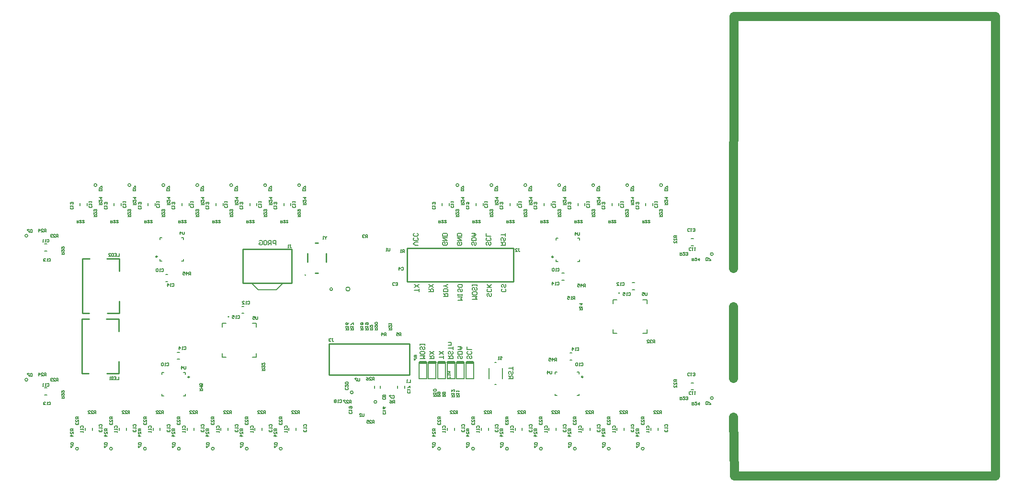
<source format=gbo>
G04*
G04 #@! TF.GenerationSoftware,Altium Limited,Altium Designer,18.1.9 (240)*
G04*
G04 Layer_Color=32896*
%FSLAX44Y44*%
%MOMM*%
G71*
G01*
G75*
%ADD34C,0.1524*%
%ADD35C,0.2540*%
%ADD36C,0.2000*%
%ADD38C,0.5000*%
%ADD46C,1.6000*%
%ADD78C,0.0000*%
%ADD79C,0.1270*%
%ADD125C,0.2500*%
D34*
X855117Y578318D02*
G03*
X855117Y578318I-3592J0D01*
G01*
X880311Y357580D02*
Y353415D01*
X879478Y352582D01*
X877812D01*
X876979Y353415D01*
Y357580D01*
X871980Y352582D02*
X875312D01*
X871980Y355914D01*
Y356747D01*
X872813Y357580D01*
X874479D01*
X875312Y356747D01*
X857270Y376206D02*
Y381204D01*
X854771D01*
X853938Y380371D01*
Y378705D01*
X854771Y377872D01*
X857270D01*
X855604D02*
X853938Y376206D01*
X848939D02*
X852272D01*
X848939Y379538D01*
Y380371D01*
X849772Y381204D01*
X851439D01*
X852272Y380371D01*
X847273Y381204D02*
X843941D01*
Y380371D01*
X847273Y377039D01*
Y376206D01*
X934018Y376632D02*
Y381630D01*
X931519D01*
X930686Y380797D01*
Y379131D01*
X931519Y378298D01*
X934018D01*
X932352D02*
X930686Y376632D01*
X925687Y381630D02*
X927354Y380797D01*
X929020Y379131D01*
Y377465D01*
X928187Y376632D01*
X926520D01*
X925687Y377465D01*
Y378298D01*
X926520Y379131D01*
X929020D01*
X945524Y495714D02*
Y500712D01*
X943025D01*
X942192Y499879D01*
Y498213D01*
X943025Y497380D01*
X945524D01*
X943858D02*
X942192Y495714D01*
X937193Y500712D02*
X940526D01*
Y498213D01*
X938859Y499046D01*
X938026D01*
X937193Y498213D01*
Y496547D01*
X938026Y495714D01*
X939693D01*
X940526Y496547D01*
X918679Y495760D02*
Y500759D01*
X916180D01*
X915347Y499926D01*
Y498260D01*
X916180Y497427D01*
X918679D01*
X917013D02*
X915347Y495760D01*
X911182D02*
Y500759D01*
X913681Y498260D01*
X910349D01*
X917619Y386124D02*
X918452Y385291D01*
Y383625D01*
X917619Y382792D01*
X914287D01*
X913454Y383625D01*
Y385291D01*
X914287Y386124D01*
X917619Y387790D02*
X918452Y388623D01*
Y390289D01*
X917619Y391123D01*
X916786D01*
X915953Y390289D01*
X915120Y391123D01*
X914287D01*
X913454Y390289D01*
Y388623D01*
X914287Y387790D01*
X915120D01*
X915953Y388623D01*
X916786Y387790D01*
X917619D01*
X915953Y388623D02*
Y390289D01*
X929972Y388761D02*
X930805Y389594D01*
X932471D01*
X933304Y388761D01*
Y385429D01*
X932471Y384596D01*
X930805D01*
X929972Y385429D01*
X928306Y389594D02*
X924973D01*
Y388761D01*
X928306Y385429D01*
Y384596D01*
X823213Y490923D02*
X824879D01*
X824046D01*
Y486758D01*
X824879Y485925D01*
X825712D01*
X826545Y486758D01*
X821547Y490090D02*
X820714Y490923D01*
X819047D01*
X818214Y490090D01*
Y489257D01*
X819047Y488424D01*
X819881D01*
X819047D01*
X818214Y487591D01*
Y486758D01*
X819047Y485925D01*
X820714D01*
X821547Y486758D01*
X1152978Y650105D02*
X1154644D01*
X1153811D01*
Y645940D01*
X1154644Y645107D01*
X1155477D01*
X1156310Y645940D01*
X1147979Y645107D02*
X1151312D01*
X1147979Y648439D01*
Y649272D01*
X1148812Y650105D01*
X1150479D01*
X1151312Y649272D01*
X748740Y656788D02*
X750406D01*
X749573D01*
Y652623D01*
X750406Y651790D01*
X751239D01*
X752072Y652623D01*
X747074Y651790D02*
X745407D01*
X746240D01*
Y656788D01*
X747074Y655955D01*
X872182Y420472D02*
Y416307D01*
X871349Y415474D01*
X869683D01*
X868850Y416307D01*
Y420472D01*
X867184D02*
X863851D01*
Y419639D01*
X867184Y416307D01*
Y415474D01*
X897436Y416790D02*
Y421788D01*
X894937D01*
X894104Y420955D01*
Y419289D01*
X894937Y418456D01*
X897436D01*
X895770D02*
X894104Y416790D01*
X889105D02*
X892438D01*
X889105Y420122D01*
Y420955D01*
X889939Y421788D01*
X891605D01*
X892438Y420955D01*
X884107Y421788D02*
X885773Y420955D01*
X887439Y419289D01*
Y417623D01*
X886606Y416790D01*
X884940D01*
X884107Y417623D01*
Y418456D01*
X884940Y419289D01*
X887439D01*
X898070Y340867D02*
Y345865D01*
X895571D01*
X894738Y345032D01*
Y343366D01*
X895571Y342533D01*
X898070D01*
X896404D02*
X894738Y340867D01*
X889739D02*
X893072D01*
X889739Y344199D01*
Y345032D01*
X890573Y345865D01*
X892239D01*
X893072Y345032D01*
X884741Y345865D02*
X888073D01*
Y343366D01*
X886407Y344199D01*
X885574D01*
X884741Y343366D01*
Y341700D01*
X885574Y340867D01*
X887240D01*
X888073Y341700D01*
X961878Y417712D02*
Y412714D01*
X958546D01*
X956880D02*
X955213D01*
X956047D01*
Y417712D01*
X956880Y416879D01*
X851014Y403389D02*
X851847Y402556D01*
Y400890D01*
X851014Y400057D01*
X847682D01*
X846849Y400890D01*
Y402556D01*
X847682Y403389D01*
X846849Y408387D02*
Y405055D01*
X850181Y408387D01*
X851014D01*
X851847Y407554D01*
Y405888D01*
X851014Y405055D01*
Y410053D02*
X851847Y410886D01*
Y412552D01*
X851014Y413386D01*
X847682D01*
X846849Y412552D01*
Y410886D01*
X847682Y410053D01*
X851014D01*
X857802Y360923D02*
X858635Y360089D01*
Y358423D01*
X857802Y357590D01*
X854470D01*
X853636Y358423D01*
Y360089D01*
X854470Y360923D01*
X853636Y362589D02*
Y364255D01*
Y363422D01*
X858635D01*
X857802Y362589D01*
X854470Y366754D02*
X853636Y367587D01*
Y369253D01*
X854470Y370086D01*
X857802D01*
X858635Y369253D01*
Y367587D01*
X857802Y366754D01*
X856969D01*
X856136Y367587D01*
Y370086D01*
X837104Y381379D02*
X837937Y382212D01*
X839603D01*
X840436Y381379D01*
Y378047D01*
X839603Y377214D01*
X837937D01*
X837104Y378047D01*
X835438Y377214D02*
X833772D01*
X834604D01*
Y382212D01*
X835438Y381379D01*
X831272D02*
X830439Y382212D01*
X828773D01*
X827940Y381379D01*
Y380546D01*
X828773Y379713D01*
X827940Y378880D01*
Y378047D01*
X828773Y377214D01*
X830439D01*
X831272Y378047D01*
Y378880D01*
X830439Y379713D01*
X831272Y380546D01*
Y381379D01*
X830439Y379713D02*
X828773D01*
X960871Y397516D02*
X961704Y396683D01*
Y395017D01*
X960871Y394184D01*
X957539D01*
X956706Y395017D01*
Y396683D01*
X957539Y397516D01*
X956706Y399182D02*
Y400848D01*
Y400015D01*
X961704D01*
X960871Y399182D01*
X961704Y403348D02*
Y406680D01*
X960871D01*
X957539Y403348D01*
X956706D01*
X917625Y360450D02*
X918458Y359617D01*
Y357951D01*
X917625Y357118D01*
X914293D01*
X913460Y357951D01*
Y359617D01*
X914293Y360450D01*
X913460Y362116D02*
Y363782D01*
Y362949D01*
X918458D01*
X917625Y362116D01*
X918458Y369614D02*
X917625Y367948D01*
X915959Y366282D01*
X914293D01*
X913460Y367115D01*
Y368781D01*
X914293Y369614D01*
X915126D01*
X915959Y368781D01*
Y366282D01*
X1256406Y473786D02*
X1257239Y474619D01*
X1258905D01*
X1259738Y473786D01*
Y470454D01*
X1258905Y469621D01*
X1257239D01*
X1256406Y470454D01*
X1254740Y469621D02*
X1253074D01*
X1253907D01*
Y474619D01*
X1254740Y473786D01*
X1248075Y469621D02*
Y474619D01*
X1250574Y472120D01*
X1247242D01*
X1221386Y589692D02*
X1222219Y590525D01*
X1223885D01*
X1224718Y589692D01*
Y586360D01*
X1223885Y585527D01*
X1222219D01*
X1221386Y586360D01*
X1219720Y585527D02*
X1218054D01*
X1218887D01*
Y590525D01*
X1219720Y589692D01*
X1213055Y585527D02*
Y590525D01*
X1215555Y588026D01*
X1212222D01*
X561700Y475281D02*
X562533Y476114D01*
X564199D01*
X565032Y475281D01*
Y471949D01*
X564199Y471116D01*
X562533D01*
X561700Y471949D01*
X560034Y471116D02*
X558368D01*
X559201D01*
Y476114D01*
X560034Y475281D01*
X553369Y471116D02*
Y476114D01*
X555868Y473615D01*
X552536D01*
X540872Y586949D02*
X541705Y587782D01*
X543371D01*
X544204Y586949D01*
Y583617D01*
X543371Y582784D01*
X541705D01*
X540872Y583617D01*
X539206Y582784D02*
X537539D01*
X538373D01*
Y587782D01*
X539206Y586949D01*
X532541Y582784D02*
Y587782D01*
X535040Y585283D01*
X531708D01*
X1336242Y588590D02*
X1337075Y589423D01*
X1338741D01*
X1339574Y588590D01*
Y585258D01*
X1338741Y584425D01*
X1337075D01*
X1336242Y585258D01*
X1334576Y584425D02*
X1332909D01*
X1333742D01*
Y589423D01*
X1334576Y588590D01*
X1327078Y584425D02*
X1330410D01*
X1327078Y587757D01*
Y588590D01*
X1327911Y589423D01*
X1329577D01*
X1330410Y588590D01*
X674404Y556110D02*
X675237Y556944D01*
X676903D01*
X677737Y556110D01*
Y552778D01*
X676903Y551945D01*
X675237D01*
X674404Y552778D01*
X672738Y551945D02*
X671072D01*
X671905D01*
Y556944D01*
X672738Y556110D01*
X665240Y551945D02*
X668573D01*
X665240Y555277D01*
Y556110D01*
X666074Y556944D01*
X667740D01*
X668573Y556110D01*
X1020034Y332029D02*
X1019201Y332862D01*
Y334528D01*
X1020034Y335361D01*
X1023366D01*
X1024199Y334528D01*
Y332862D01*
X1023366Y332029D01*
X1024199Y330363D02*
Y328697D01*
Y329530D01*
X1019201D01*
X1020034Y330363D01*
X1024199Y326198D02*
Y324531D01*
Y325364D01*
X1019201D01*
X1020034Y326198D01*
X1458468Y647527D02*
X1457635Y646694D01*
X1455969D01*
X1455136Y647527D01*
Y650859D01*
X1455969Y651692D01*
X1457635D01*
X1458468Y650859D01*
X1460135Y651692D02*
X1461801D01*
X1460968D01*
Y646694D01*
X1460135Y647527D01*
X1464300Y651692D02*
X1465966D01*
X1465133D01*
Y646694D01*
X1464300Y647527D01*
X319529Y410466D02*
X320362Y411299D01*
X322028D01*
X322861Y410466D01*
Y407134D01*
X322028Y406301D01*
X320362D01*
X319529Y407134D01*
X317863Y406301D02*
X316197D01*
X317030D01*
Y411299D01*
X317863Y410466D01*
X313697Y406301D02*
X312031D01*
X312864D01*
Y411299D01*
X313697Y410466D01*
X757966Y725971D02*
X758799Y725138D01*
Y723472D01*
X757966Y722639D01*
X754634D01*
X753801Y723472D01*
Y725138D01*
X754634Y725971D01*
X753801Y727637D02*
Y729303D01*
Y728470D01*
X758799D01*
X757966Y727637D01*
X753801Y731802D02*
Y733468D01*
Y732635D01*
X758799D01*
X757966Y731802D01*
X1080034Y332029D02*
X1079201Y332862D01*
Y334528D01*
X1080034Y335361D01*
X1083366D01*
X1084199Y334528D01*
Y332862D01*
X1083366Y332029D01*
X1084199Y330363D02*
Y328697D01*
Y329530D01*
X1079201D01*
X1080034Y330363D01*
X1084199Y326198D02*
Y324531D01*
Y325364D01*
X1079201D01*
X1080034Y326198D01*
X1397886Y725968D02*
X1398719Y725135D01*
Y723468D01*
X1397886Y722635D01*
X1394554D01*
X1393721Y723468D01*
Y725135D01*
X1394554Y725968D01*
X1393721Y727634D02*
Y729300D01*
Y728467D01*
X1398719D01*
X1397886Y727634D01*
X1393721Y731799D02*
Y733465D01*
Y732632D01*
X1398719D01*
X1397886Y731799D01*
X380034Y332032D02*
X379201Y332865D01*
Y334531D01*
X380034Y335364D01*
X383366D01*
X384199Y334531D01*
Y332865D01*
X383366Y332032D01*
X384199Y330366D02*
Y328700D01*
Y329533D01*
X379201D01*
X380034Y330366D01*
X384199Y326200D02*
Y324534D01*
Y325367D01*
X379201D01*
X380034Y326200D01*
X697966Y725971D02*
X698799Y725138D01*
Y723472D01*
X697966Y722639D01*
X694634D01*
X693801Y723472D01*
Y725138D01*
X694634Y725971D01*
X693801Y727637D02*
Y729303D01*
Y728470D01*
X698799D01*
X697966Y727637D01*
X693801Y731802D02*
Y733468D01*
Y732635D01*
X698799D01*
X697966Y731802D01*
X1140034Y332029D02*
X1139201Y332862D01*
Y334528D01*
X1140034Y335361D01*
X1143366D01*
X1144199Y334528D01*
Y332862D01*
X1143366Y332029D01*
X1144199Y330363D02*
Y328697D01*
Y329530D01*
X1139201D01*
X1140034Y330363D01*
X1144199Y326198D02*
Y324531D01*
Y325364D01*
X1139201D01*
X1140034Y326198D01*
X1337886Y725968D02*
X1338719Y725135D01*
Y723468D01*
X1337886Y722635D01*
X1334554D01*
X1333721Y723468D01*
Y725135D01*
X1334554Y725968D01*
X1333721Y727634D02*
Y729300D01*
Y728467D01*
X1338719D01*
X1337886Y727634D01*
X1333721Y731799D02*
Y733465D01*
Y732632D01*
X1338719D01*
X1337886Y731799D01*
X440034Y332032D02*
X439201Y332865D01*
Y334531D01*
X440034Y335364D01*
X443366D01*
X444199Y334531D01*
Y332865D01*
X443366Y332032D01*
X444199Y330366D02*
Y328700D01*
Y329533D01*
X439201D01*
X440034Y330366D01*
X444199Y326200D02*
Y324534D01*
Y325367D01*
X439201D01*
X440034Y326200D01*
X637966Y725971D02*
X638799Y725138D01*
Y723472D01*
X637966Y722639D01*
X634634D01*
X633801Y723472D01*
Y725138D01*
X634634Y725971D01*
X633801Y727637D02*
Y729303D01*
Y728470D01*
X638799D01*
X637966Y727637D01*
X633801Y731802D02*
Y733468D01*
Y732635D01*
X638799D01*
X637966Y731802D01*
X1200034Y332029D02*
X1199201Y332862D01*
Y334528D01*
X1200034Y335361D01*
X1203366D01*
X1204199Y334528D01*
Y332862D01*
X1203366Y332029D01*
X1204199Y330363D02*
Y328697D01*
Y329530D01*
X1199201D01*
X1200034Y330363D01*
X1204199Y326198D02*
Y324531D01*
Y325364D01*
X1199201D01*
X1200034Y326198D01*
X1277886Y725968D02*
X1278719Y725135D01*
Y723468D01*
X1277886Y722635D01*
X1274554D01*
X1273721Y723468D01*
Y725135D01*
X1274554Y725968D01*
X1273721Y727634D02*
Y729300D01*
Y728467D01*
X1278719D01*
X1277886Y727634D01*
X1273721Y731799D02*
Y733465D01*
Y732632D01*
X1278719D01*
X1277886Y731799D01*
X500034Y332032D02*
X499201Y332865D01*
Y334531D01*
X500034Y335364D01*
X503366D01*
X504199Y334531D01*
Y332865D01*
X503366Y332032D01*
X504199Y330366D02*
Y328700D01*
Y329533D01*
X499201D01*
X500034Y330366D01*
X504199Y326200D02*
Y324534D01*
Y325367D01*
X499201D01*
X500034Y326200D01*
X577966Y725971D02*
X578799Y725138D01*
Y723472D01*
X577966Y722639D01*
X574634D01*
X573801Y723472D01*
Y725138D01*
X574634Y725971D01*
X573801Y727637D02*
Y729303D01*
Y728470D01*
X578799D01*
X577966Y727637D01*
X573801Y731802D02*
Y733468D01*
Y732635D01*
X578799D01*
X577966Y731802D01*
X1260034Y332029D02*
X1259201Y332862D01*
Y334528D01*
X1260034Y335361D01*
X1263366D01*
X1264199Y334528D01*
Y332862D01*
X1263366Y332029D01*
X1264199Y330363D02*
Y328697D01*
Y329530D01*
X1259201D01*
X1260034Y330363D01*
X1264199Y326198D02*
Y324531D01*
Y325364D01*
X1259201D01*
X1260034Y326198D01*
X1217886Y725968D02*
X1218719Y725135D01*
Y723468D01*
X1217886Y722635D01*
X1214554D01*
X1213721Y723468D01*
Y725135D01*
X1214554Y725968D01*
X1213721Y727634D02*
Y729300D01*
Y728467D01*
X1218719D01*
X1217886Y727634D01*
X1213721Y731799D02*
Y733465D01*
Y732632D01*
X1218719D01*
X1217886Y731799D01*
X560034Y332032D02*
X559201Y332865D01*
Y334531D01*
X560034Y335364D01*
X563366D01*
X564199Y334531D01*
Y332865D01*
X563366Y332032D01*
X564199Y330366D02*
Y328700D01*
Y329533D01*
X559201D01*
X560034Y330366D01*
X564199Y326200D02*
Y324534D01*
Y325367D01*
X559201D01*
X560034Y326200D01*
X517966Y725971D02*
X518799Y725138D01*
Y723472D01*
X517966Y722639D01*
X514634D01*
X513801Y723472D01*
Y725138D01*
X514634Y725971D01*
X513801Y727637D02*
Y729303D01*
Y728470D01*
X518799D01*
X517966Y727637D01*
X513801Y731802D02*
Y733468D01*
Y732635D01*
X518799D01*
X517966Y731802D01*
X1320034Y332029D02*
X1319201Y332862D01*
Y334528D01*
X1320034Y335361D01*
X1323366D01*
X1324199Y334528D01*
Y332862D01*
X1323366Y332029D01*
X1324199Y330363D02*
Y328697D01*
Y329530D01*
X1319201D01*
X1320034Y330363D01*
X1324199Y326198D02*
Y324531D01*
Y325364D01*
X1319201D01*
X1320034Y326198D01*
X1157886Y725968D02*
X1158719Y725135D01*
Y723468D01*
X1157886Y722635D01*
X1154554D01*
X1153721Y723468D01*
Y725135D01*
X1154554Y725968D01*
X1153721Y727634D02*
Y729300D01*
Y728467D01*
X1158719D01*
X1157886Y727634D01*
X1153721Y731799D02*
Y733465D01*
Y732632D01*
X1158719D01*
X1157886Y731799D01*
X620034Y332032D02*
X619201Y332865D01*
Y334531D01*
X620034Y335364D01*
X623366D01*
X624199Y334531D01*
Y332865D01*
X623366Y332032D01*
X624199Y330366D02*
Y328700D01*
Y329533D01*
X619201D01*
X620034Y330366D01*
X624199Y326200D02*
Y324534D01*
Y325367D01*
X619201D01*
X620034Y326200D01*
X457966Y725971D02*
X458799Y725138D01*
Y723472D01*
X457966Y722639D01*
X454634D01*
X453801Y723472D01*
Y725138D01*
X454634Y725971D01*
X453801Y727637D02*
Y729303D01*
Y728470D01*
X458799D01*
X457966Y727637D01*
X453801Y731802D02*
Y733468D01*
Y732635D01*
X458799D01*
X457966Y731802D01*
X1380034Y332029D02*
X1379201Y332862D01*
Y334528D01*
X1380034Y335361D01*
X1383366D01*
X1384199Y334528D01*
Y332862D01*
X1383366Y332029D01*
X1384199Y330363D02*
Y328697D01*
Y329530D01*
X1379201D01*
X1380034Y330363D01*
X1384199Y326198D02*
Y324531D01*
Y325364D01*
X1379201D01*
X1380034Y326198D01*
X1097886Y725968D02*
X1098719Y725135D01*
Y723468D01*
X1097886Y722635D01*
X1094554D01*
X1093721Y723468D01*
Y725135D01*
X1094554Y725968D01*
X1093721Y727634D02*
Y729300D01*
Y728467D01*
X1098719D01*
X1097886Y727634D01*
X1093721Y731799D02*
Y733465D01*
Y732632D01*
X1098719D01*
X1097886Y731799D01*
X680034Y332032D02*
X679201Y332865D01*
Y334531D01*
X680034Y335364D01*
X683366D01*
X684199Y334531D01*
Y332865D01*
X683366Y332032D01*
X684199Y330366D02*
Y328700D01*
Y329533D01*
X679201D01*
X680034Y330366D01*
X684199Y326200D02*
Y324534D01*
Y325367D01*
X679201D01*
X680034Y326200D01*
X397966Y725971D02*
X398799Y725138D01*
Y723472D01*
X397966Y722639D01*
X394634D01*
X393801Y723472D01*
Y725138D01*
X394634Y725971D01*
X393801Y727637D02*
Y729303D01*
Y728470D01*
X398799D01*
X397966Y727637D01*
X393801Y731802D02*
Y733468D01*
Y732635D01*
X398799D01*
X397966Y731802D01*
X1458471Y392534D02*
X1457638Y391701D01*
X1455972D01*
X1455139Y392534D01*
Y395866D01*
X1455972Y396699D01*
X1457638D01*
X1458471Y395866D01*
X1460137Y396699D02*
X1461803D01*
X1460970D01*
Y391701D01*
X1460137Y392534D01*
X1464303Y396699D02*
X1465969D01*
X1465136D01*
Y391701D01*
X1464303Y392534D01*
X1037886Y725968D02*
X1038719Y725135D01*
Y723468D01*
X1037886Y722635D01*
X1034554D01*
X1033721Y723468D01*
Y725135D01*
X1034554Y725968D01*
X1033721Y727634D02*
Y729300D01*
Y728467D01*
X1038719D01*
X1037886Y727634D01*
X1033721Y731799D02*
Y733465D01*
Y732632D01*
X1038719D01*
X1037886Y731799D01*
X740034Y332032D02*
X739201Y332865D01*
Y334531D01*
X740034Y335364D01*
X743366D01*
X744199Y334531D01*
Y332865D01*
X743366Y332032D01*
X744199Y330366D02*
Y328700D01*
Y329533D01*
X739201D01*
X740034Y330366D01*
X744199Y326200D02*
Y324534D01*
Y325367D01*
X739201D01*
X740034Y326200D01*
X319529Y665466D02*
X320362Y666299D01*
X322028D01*
X322861Y665466D01*
Y662134D01*
X322028Y661301D01*
X320362D01*
X319529Y662134D01*
X317863Y661301D02*
X316197D01*
X317030D01*
Y666299D01*
X317863Y665466D01*
X313697Y661301D02*
X312031D01*
X312864D01*
Y666299D01*
X313697Y665466D01*
X1005814Y330426D02*
X1000816D01*
Y327927D01*
X1001649Y327094D01*
X1003315D01*
X1004148Y327927D01*
Y330426D01*
Y328760D02*
X1005814Y327094D01*
Y322095D02*
Y325428D01*
X1002482Y322095D01*
X1001649D01*
X1000816Y322928D01*
Y324595D01*
X1001649Y325428D01*
X1005814Y317930D02*
X1000816D01*
X1003315Y320429D01*
Y317097D01*
X1460071Y633307D02*
Y628309D01*
X1462571D01*
X1463404Y629142D01*
Y630808D01*
X1462571Y631641D01*
X1460071D01*
X1461738D02*
X1463404Y633307D01*
X1468402D02*
X1465070D01*
X1468402Y629975D01*
Y629142D01*
X1467569Y628309D01*
X1465903D01*
X1465070Y629142D01*
X1472567Y633307D02*
Y628309D01*
X1470068Y630808D01*
X1473400D01*
X317926Y424686D02*
Y429684D01*
X315427D01*
X314594Y428851D01*
Y427185D01*
X315427Y426352D01*
X317926D01*
X316260D02*
X314594Y424686D01*
X309595D02*
X312928D01*
X309595Y428018D01*
Y428851D01*
X310429Y429684D01*
X312095D01*
X312928Y428851D01*
X305430Y424686D02*
Y429684D01*
X307929Y427185D01*
X304597D01*
X772186Y727574D02*
X777184D01*
Y730073D01*
X776351Y730906D01*
X774685D01*
X773852Y730073D01*
Y727574D01*
Y729240D02*
X772186Y730906D01*
Y735904D02*
Y732572D01*
X775518Y735904D01*
X776351D01*
X777184Y735071D01*
Y733405D01*
X776351Y732572D01*
X772186Y740070D02*
X777184D01*
X774685Y737571D01*
Y740903D01*
X1065814Y330426D02*
X1060816D01*
Y327927D01*
X1061649Y327094D01*
X1063315D01*
X1064148Y327927D01*
Y330426D01*
Y328760D02*
X1065814Y327094D01*
Y322095D02*
Y325428D01*
X1062482Y322095D01*
X1061649D01*
X1060816Y322928D01*
Y324595D01*
X1061649Y325428D01*
X1065814Y317930D02*
X1060816D01*
X1063315Y320429D01*
Y317097D01*
X1412106Y727571D02*
X1417104D01*
Y730070D01*
X1416271Y730903D01*
X1414605D01*
X1413772Y730070D01*
Y727571D01*
Y729237D02*
X1412106Y730903D01*
Y735901D02*
Y732569D01*
X1415438Y735901D01*
X1416271D01*
X1417104Y735068D01*
Y733402D01*
X1416271Y732569D01*
X1412106Y740067D02*
X1417104D01*
X1414605Y737567D01*
Y740900D01*
X365814Y330429D02*
X360816D01*
Y327930D01*
X361649Y327097D01*
X363315D01*
X364148Y327930D01*
Y330429D01*
Y328763D02*
X365814Y327097D01*
Y322098D02*
Y325430D01*
X362482Y322098D01*
X361649D01*
X360816Y322931D01*
Y324598D01*
X361649Y325430D01*
X365814Y317933D02*
X360816D01*
X363315Y320432D01*
Y317100D01*
X712186Y727574D02*
X717184D01*
Y730073D01*
X716351Y730906D01*
X714685D01*
X713852Y730073D01*
Y727574D01*
Y729240D02*
X712186Y730906D01*
Y735904D02*
Y732572D01*
X715518Y735904D01*
X716351D01*
X717184Y735071D01*
Y733405D01*
X716351Y732572D01*
X712186Y740070D02*
X717184D01*
X714685Y737571D01*
Y740903D01*
X1125814Y330426D02*
X1120816D01*
Y327927D01*
X1121649Y327094D01*
X1123315D01*
X1124148Y327927D01*
Y330426D01*
Y328760D02*
X1125814Y327094D01*
Y322095D02*
Y325428D01*
X1122482Y322095D01*
X1121649D01*
X1120816Y322929D01*
Y324595D01*
X1121649Y325428D01*
X1125814Y317930D02*
X1120816D01*
X1123315Y320429D01*
Y317097D01*
X1352106Y727571D02*
X1357104D01*
Y730070D01*
X1356271Y730903D01*
X1354605D01*
X1353772Y730070D01*
Y727571D01*
Y729237D02*
X1352106Y730903D01*
Y735901D02*
Y732569D01*
X1355438Y735901D01*
X1356271D01*
X1357104Y735068D01*
Y733402D01*
X1356271Y732569D01*
X1352106Y740067D02*
X1357104D01*
X1354605Y737567D01*
Y740900D01*
X425814Y330429D02*
X420816D01*
Y327930D01*
X421649Y327097D01*
X423315D01*
X424148Y327930D01*
Y330429D01*
Y328763D02*
X425814Y327097D01*
Y322098D02*
Y325430D01*
X422482Y322098D01*
X421649D01*
X420816Y322931D01*
Y324598D01*
X421649Y325430D01*
X425814Y317933D02*
X420816D01*
X423315Y320432D01*
Y317100D01*
X652186Y727574D02*
X657184D01*
Y730073D01*
X656351Y730906D01*
X654685D01*
X653852Y730073D01*
Y727574D01*
Y729240D02*
X652186Y730906D01*
Y735904D02*
Y732572D01*
X655518Y735904D01*
X656351D01*
X657184Y735071D01*
Y733405D01*
X656351Y732572D01*
X652186Y740070D02*
X657184D01*
X654685Y737571D01*
Y740903D01*
X1185814Y330426D02*
X1180816D01*
Y327927D01*
X1181649Y327094D01*
X1183315D01*
X1184148Y327927D01*
Y330426D01*
Y328760D02*
X1185814Y327094D01*
Y322095D02*
Y325428D01*
X1182482Y322095D01*
X1181649D01*
X1180816Y322928D01*
Y324595D01*
X1181649Y325428D01*
X1185814Y317930D02*
X1180816D01*
X1183315Y320429D01*
Y317097D01*
X1292106Y727571D02*
X1297104D01*
Y730070D01*
X1296271Y730903D01*
X1294605D01*
X1293772Y730070D01*
Y727571D01*
Y729237D02*
X1292106Y730903D01*
Y735901D02*
Y732569D01*
X1295438Y735901D01*
X1296271D01*
X1297104Y735068D01*
Y733402D01*
X1296271Y732569D01*
X1292106Y740067D02*
X1297104D01*
X1294605Y737567D01*
Y740900D01*
X485814Y330429D02*
X480816D01*
Y327930D01*
X481649Y327097D01*
X483315D01*
X484148Y327930D01*
Y330429D01*
Y328763D02*
X485814Y327097D01*
Y322098D02*
Y325430D01*
X482482Y322098D01*
X481649D01*
X480816Y322931D01*
Y324598D01*
X481649Y325430D01*
X485814Y317933D02*
X480816D01*
X483315Y320432D01*
Y317100D01*
X592186Y727574D02*
X597184D01*
Y730073D01*
X596351Y730906D01*
X594685D01*
X593852Y730073D01*
Y727574D01*
Y729240D02*
X592186Y730906D01*
Y735904D02*
Y732572D01*
X595518Y735904D01*
X596351D01*
X597184Y735071D01*
Y733405D01*
X596351Y732572D01*
X592186Y740070D02*
X597184D01*
X594685Y737571D01*
Y740903D01*
X1245814Y330426D02*
X1240816D01*
Y327927D01*
X1241649Y327094D01*
X1243315D01*
X1244148Y327927D01*
Y330426D01*
Y328760D02*
X1245814Y327094D01*
Y322095D02*
Y325428D01*
X1242482Y322095D01*
X1241649D01*
X1240816Y322929D01*
Y324595D01*
X1241649Y325428D01*
X1245814Y317930D02*
X1240816D01*
X1243315Y320429D01*
Y317097D01*
X1232106Y727571D02*
X1237104D01*
Y730070D01*
X1236271Y730903D01*
X1234605D01*
X1233772Y730070D01*
Y727571D01*
Y729237D02*
X1232106Y730903D01*
Y735901D02*
Y732569D01*
X1235438Y735901D01*
X1236271D01*
X1237104Y735068D01*
Y733402D01*
X1236271Y732569D01*
X1232106Y740067D02*
X1237104D01*
X1234605Y737567D01*
Y740900D01*
X545814Y330429D02*
X540816D01*
Y327930D01*
X541649Y327097D01*
X543315D01*
X544148Y327930D01*
Y330429D01*
Y328763D02*
X545814Y327097D01*
Y322098D02*
Y325430D01*
X542482Y322098D01*
X541649D01*
X540816Y322931D01*
Y324598D01*
X541649Y325430D01*
X545814Y317933D02*
X540816D01*
X543315Y320432D01*
Y317100D01*
X532186Y727574D02*
X537184D01*
Y730073D01*
X536351Y730906D01*
X534685D01*
X533852Y730073D01*
Y727574D01*
Y729240D02*
X532186Y730906D01*
Y735904D02*
Y732572D01*
X535518Y735904D01*
X536351D01*
X537184Y735071D01*
Y733405D01*
X536351Y732572D01*
X532186Y740070D02*
X537184D01*
X534685Y737571D01*
Y740903D01*
X1305814Y330426D02*
X1300816D01*
Y327927D01*
X1301649Y327094D01*
X1303315D01*
X1304148Y327927D01*
Y330426D01*
Y328760D02*
X1305814Y327094D01*
Y322095D02*
Y325428D01*
X1302482Y322095D01*
X1301649D01*
X1300816Y322929D01*
Y324595D01*
X1301649Y325428D01*
X1305814Y317930D02*
X1300816D01*
X1303315Y320429D01*
Y317097D01*
X1172106Y727571D02*
X1177104D01*
Y730070D01*
X1176271Y730903D01*
X1174605D01*
X1173772Y730070D01*
Y727571D01*
Y729237D02*
X1172106Y730903D01*
Y735901D02*
Y732569D01*
X1175438Y735901D01*
X1176271D01*
X1177104Y735068D01*
Y733402D01*
X1176271Y732569D01*
X1172106Y740067D02*
X1177104D01*
X1174605Y737567D01*
Y740900D01*
X605814Y330429D02*
X600816D01*
Y327930D01*
X601649Y327097D01*
X603315D01*
X604148Y327930D01*
Y330429D01*
Y328763D02*
X605814Y327097D01*
Y322098D02*
Y325430D01*
X602482Y322098D01*
X601649D01*
X600816Y322931D01*
Y324598D01*
X601649Y325430D01*
X605814Y317933D02*
X600816D01*
X603315Y320432D01*
Y317100D01*
X472186Y727574D02*
X477184D01*
Y730073D01*
X476351Y730906D01*
X474685D01*
X473852Y730073D01*
Y727574D01*
Y729240D02*
X472186Y730906D01*
Y735904D02*
Y732572D01*
X475518Y735904D01*
X476351D01*
X477184Y735071D01*
Y733405D01*
X476351Y732572D01*
X472186Y740070D02*
X477184D01*
X474685Y737571D01*
Y740903D01*
X1365814Y330426D02*
X1360816D01*
Y327927D01*
X1361649Y327094D01*
X1363315D01*
X1364148Y327927D01*
Y330426D01*
Y328760D02*
X1365814Y327094D01*
Y322095D02*
Y325428D01*
X1362482Y322095D01*
X1361649D01*
X1360816Y322929D01*
Y324595D01*
X1361649Y325428D01*
X1365814Y317930D02*
X1360816D01*
X1363315Y320429D01*
Y317097D01*
X1112106Y727571D02*
X1117104D01*
Y730070D01*
X1116271Y730903D01*
X1114605D01*
X1113772Y730070D01*
Y727571D01*
Y729237D02*
X1112106Y730903D01*
Y735901D02*
Y732569D01*
X1115438Y735901D01*
X1116271D01*
X1117104Y735068D01*
Y733402D01*
X1116271Y732569D01*
X1112106Y740067D02*
X1117104D01*
X1114605Y737567D01*
Y740900D01*
X665814Y330429D02*
X660816D01*
Y327930D01*
X661649Y327097D01*
X663315D01*
X664148Y327930D01*
Y330429D01*
Y328763D02*
X665814Y327097D01*
Y322098D02*
Y325430D01*
X662482Y322098D01*
X661649D01*
X660816Y322931D01*
Y324598D01*
X661649Y325430D01*
X665814Y317933D02*
X660816D01*
X663315Y320432D01*
Y317100D01*
X412186Y727574D02*
X417184D01*
Y730073D01*
X416351Y730906D01*
X414685D01*
X413852Y730073D01*
Y727574D01*
Y729240D02*
X412186Y730906D01*
Y735904D02*
Y732572D01*
X415518Y735904D01*
X416351D01*
X417184Y735071D01*
Y733405D01*
X416351Y732572D01*
X412186Y740070D02*
X417184D01*
X414685Y737571D01*
Y740903D01*
X1460074Y378314D02*
Y373316D01*
X1462573D01*
X1463406Y374149D01*
Y375815D01*
X1462573Y376648D01*
X1460074D01*
X1461740D02*
X1463406Y378314D01*
X1468405D02*
X1465072D01*
X1468405Y374982D01*
Y374149D01*
X1467572Y373316D01*
X1465905D01*
X1465072Y374149D01*
X1472570Y378314D02*
Y373316D01*
X1470071Y375815D01*
X1473403D01*
X1052106Y727571D02*
X1057104D01*
Y730070D01*
X1056271Y730903D01*
X1054605D01*
X1053772Y730070D01*
Y727571D01*
Y729237D02*
X1052106Y730903D01*
Y735901D02*
Y732569D01*
X1055438Y735901D01*
X1056271D01*
X1057104Y735068D01*
Y733402D01*
X1056271Y732569D01*
X1052106Y740067D02*
X1057104D01*
X1054605Y737567D01*
Y740900D01*
X725814Y330429D02*
X720816D01*
Y327930D01*
X721649Y327097D01*
X723315D01*
X724148Y327930D01*
Y330429D01*
Y328763D02*
X725814Y327097D01*
Y322098D02*
Y325430D01*
X722482Y322098D01*
X721649D01*
X720816Y322931D01*
Y324598D01*
X721649Y325430D01*
X725814Y317933D02*
X720816D01*
X723315Y320432D01*
Y317100D01*
X317926Y679686D02*
Y684684D01*
X315427D01*
X314594Y683851D01*
Y682185D01*
X315427Y681352D01*
X317926D01*
X316260D02*
X314594Y679686D01*
X309595D02*
X312928D01*
X309595Y683018D01*
Y683851D01*
X310429Y684684D01*
X312095D01*
X312928Y683851D01*
X305430Y679686D02*
Y684684D01*
X307929Y682185D01*
X304597D01*
X1001452Y305775D02*
X1006450D01*
Y303275D01*
X1005617Y302442D01*
X1002285D01*
X1001452Y303275D01*
Y305775D01*
Y300776D02*
Y297444D01*
X1002285D01*
X1005617Y300776D01*
X1006450D01*
X1484723Y628945D02*
Y633943D01*
X1487222D01*
X1488055Y633110D01*
Y629778D01*
X1487222Y628945D01*
X1484723D01*
X1489721D02*
X1493053D01*
Y629778D01*
X1489721Y633110D01*
Y633943D01*
X293275Y429048D02*
Y424050D01*
X290775D01*
X289942Y424883D01*
Y428215D01*
X290775Y429048D01*
X293275D01*
X288276D02*
X284944D01*
Y428215D01*
X288276Y424883D01*
Y424050D01*
X776548Y752225D02*
X771550D01*
Y754725D01*
X772383Y755558D01*
X775715D01*
X776548Y754725D01*
Y752225D01*
Y757224D02*
Y760556D01*
X775715D01*
X772383Y757224D01*
X771550D01*
X1061452Y305775D02*
X1066450D01*
Y303275D01*
X1065617Y302442D01*
X1062285D01*
X1061452Y303275D01*
Y305775D01*
Y300776D02*
Y297444D01*
X1062285D01*
X1065617Y300776D01*
X1066450D01*
X1416468Y752222D02*
X1411470D01*
Y754721D01*
X1412303Y755554D01*
X1415635D01*
X1416468Y754721D01*
Y752222D01*
Y757220D02*
Y760553D01*
X1415635D01*
X1412303Y757220D01*
X1411470D01*
X361452Y305777D02*
X366450D01*
Y303278D01*
X365617Y302445D01*
X362285D01*
X361452Y303278D01*
Y305777D01*
Y300779D02*
Y297447D01*
X362285D01*
X365617Y300779D01*
X366450D01*
X716548Y752225D02*
X711550D01*
Y754725D01*
X712383Y755558D01*
X715715D01*
X716548Y754725D01*
Y752225D01*
Y757224D02*
Y760556D01*
X715715D01*
X712383Y757224D01*
X711550D01*
X1121452Y305775D02*
X1126450D01*
Y303275D01*
X1125617Y302442D01*
X1122285D01*
X1121452Y303275D01*
Y305775D01*
Y300776D02*
Y297444D01*
X1122285D01*
X1125617Y300776D01*
X1126450D01*
X1356468Y752222D02*
X1351470D01*
Y754721D01*
X1352303Y755554D01*
X1355635D01*
X1356468Y754721D01*
Y752222D01*
Y757220D02*
Y760553D01*
X1355635D01*
X1352303Y757220D01*
X1351470D01*
X421452Y305777D02*
X426450D01*
Y303278D01*
X425617Y302445D01*
X422285D01*
X421452Y303278D01*
Y305777D01*
Y300779D02*
Y297447D01*
X422285D01*
X425617Y300779D01*
X426450D01*
X656548Y752225D02*
X651550D01*
Y754725D01*
X652383Y755558D01*
X655715D01*
X656548Y754725D01*
Y752225D01*
Y757224D02*
Y760556D01*
X655715D01*
X652383Y757224D01*
X651550D01*
X1181452Y305775D02*
X1186450D01*
Y303275D01*
X1185617Y302442D01*
X1182285D01*
X1181452Y303275D01*
Y305775D01*
Y300776D02*
Y297444D01*
X1182285D01*
X1185617Y300776D01*
X1186450D01*
X1296468Y752222D02*
X1291470D01*
Y754721D01*
X1292303Y755554D01*
X1295635D01*
X1296468Y754721D01*
Y752222D01*
Y757220D02*
Y760553D01*
X1295635D01*
X1292303Y757220D01*
X1291470D01*
X481452Y305777D02*
X486450D01*
Y303278D01*
X485617Y302445D01*
X482285D01*
X481452Y303278D01*
Y305777D01*
Y300779D02*
Y297447D01*
X482285D01*
X485617Y300779D01*
X486450D01*
X596548Y752225D02*
X591550D01*
Y754725D01*
X592383Y755558D01*
X595715D01*
X596548Y754725D01*
Y752225D01*
Y757224D02*
Y760556D01*
X595715D01*
X592383Y757224D01*
X591550D01*
X1241452Y305775D02*
X1246450D01*
Y303275D01*
X1245617Y302442D01*
X1242285D01*
X1241452Y303275D01*
Y305775D01*
Y300776D02*
Y297444D01*
X1242285D01*
X1245617Y300776D01*
X1246450D01*
X1236468Y752222D02*
X1231470D01*
Y754721D01*
X1232303Y755554D01*
X1235635D01*
X1236468Y754721D01*
Y752222D01*
Y757220D02*
Y760553D01*
X1235635D01*
X1232303Y757220D01*
X1231470D01*
X541452Y305777D02*
X546450D01*
Y303278D01*
X545617Y302445D01*
X542285D01*
X541452Y303278D01*
Y305777D01*
Y300779D02*
Y297447D01*
X542285D01*
X545617Y300779D01*
X546450D01*
X536548Y752225D02*
X531550D01*
Y754725D01*
X532383Y755558D01*
X535715D01*
X536548Y754725D01*
Y752225D01*
Y757224D02*
Y760556D01*
X535715D01*
X532383Y757224D01*
X531550D01*
X1301452Y305775D02*
X1306450D01*
Y303275D01*
X1305617Y302442D01*
X1302285D01*
X1301452Y303275D01*
Y305775D01*
Y300776D02*
Y297444D01*
X1302285D01*
X1305617Y300776D01*
X1306450D01*
X1176468Y752222D02*
X1171470D01*
Y754721D01*
X1172303Y755554D01*
X1175635D01*
X1176468Y754721D01*
Y752222D01*
Y757220D02*
Y760553D01*
X1175635D01*
X1172303Y757220D01*
X1171470D01*
X601452Y305777D02*
X606450D01*
Y303278D01*
X605617Y302445D01*
X602285D01*
X601452Y303278D01*
Y305777D01*
Y300779D02*
Y297447D01*
X602285D01*
X605617Y300779D01*
X606450D01*
X476548Y752225D02*
X471550D01*
Y754725D01*
X472383Y755558D01*
X475715D01*
X476548Y754725D01*
Y752225D01*
Y757224D02*
Y760556D01*
X475715D01*
X472383Y757224D01*
X471550D01*
X1361452Y305775D02*
X1366450D01*
Y303275D01*
X1365617Y302442D01*
X1362285D01*
X1361452Y303275D01*
Y305775D01*
Y300776D02*
Y297444D01*
X1362285D01*
X1365617Y300776D01*
X1366450D01*
X1116468Y752222D02*
X1111470D01*
Y754721D01*
X1112303Y755554D01*
X1115635D01*
X1116468Y754721D01*
Y752222D01*
Y757220D02*
Y760553D01*
X1115635D01*
X1112303Y757220D01*
X1111470D01*
X661452Y305777D02*
X666450D01*
Y303278D01*
X665617Y302445D01*
X662285D01*
X661452Y303278D01*
Y305777D01*
Y300779D02*
Y297447D01*
X662285D01*
X665617Y300779D01*
X666450D01*
X416548Y752225D02*
X411550D01*
Y754725D01*
X412383Y755558D01*
X415715D01*
X416548Y754725D01*
Y752225D01*
Y757224D02*
Y760556D01*
X415715D01*
X412383Y757224D01*
X411550D01*
X1484725Y373952D02*
Y378950D01*
X1487225D01*
X1488058Y378117D01*
Y374785D01*
X1487225Y373952D01*
X1484725D01*
X1489724D02*
X1493056D01*
Y374785D01*
X1489724Y378117D01*
Y378950D01*
X1056468Y752222D02*
X1051470D01*
Y754721D01*
X1052303Y755554D01*
X1055635D01*
X1056468Y754721D01*
Y752222D01*
Y757220D02*
Y760553D01*
X1055635D01*
X1052303Y757220D01*
X1051470D01*
X721452Y305777D02*
X726450D01*
Y303278D01*
X725617Y302445D01*
X722285D01*
X721452Y303278D01*
Y305777D01*
Y300779D02*
Y297447D01*
X722285D01*
X725617Y300779D01*
X726450D01*
X293275Y684048D02*
Y679050D01*
X290775D01*
X289942Y679883D01*
Y683215D01*
X290775Y684048D01*
X293275D01*
X288276D02*
X284944D01*
Y683215D01*
X288276Y679883D01*
Y679050D01*
X814128Y672012D02*
Y671179D01*
X812462Y669513D01*
X810796Y671179D01*
Y672012D01*
X812462Y669513D02*
Y667014D01*
X809130D02*
X807464D01*
X808297D01*
Y672012D01*
X809130Y671179D01*
X1212032Y432893D02*
Y428727D01*
X1211199Y427894D01*
X1209533D01*
X1208700Y428727D01*
Y432893D01*
X1204535Y427894D02*
Y432893D01*
X1207034Y430394D01*
X1203701D01*
X1261004Y678885D02*
Y674720D01*
X1260171Y673887D01*
X1258505D01*
X1257672Y674720D01*
Y678885D01*
X1253507Y673887D02*
Y678885D01*
X1256006Y676386D01*
X1252674D01*
X564795Y441638D02*
Y437472D01*
X563962Y436639D01*
X562296D01*
X561463Y437472D01*
Y441638D01*
X557298Y436639D02*
Y441638D01*
X559797Y439139D01*
X556465D01*
X562534Y679890D02*
Y675725D01*
X561701Y674892D01*
X560035D01*
X559202Y675725D01*
Y679890D01*
X555037Y674892D02*
Y679890D01*
X557536Y677391D01*
X554203D01*
X925522Y650598D02*
Y646433D01*
X924689Y645600D01*
X923023D01*
X922190Y646433D01*
Y650598D01*
X920524Y645600D02*
X918857D01*
X919690D01*
Y650598D01*
X920524Y649765D01*
X1120786Y457814D02*
X1121619Y458647D01*
X1123285D01*
X1124118Y457814D01*
Y456981D01*
X1123285Y456148D01*
X1121619D01*
X1120786Y455315D01*
Y454482D01*
X1121619Y453649D01*
X1123285D01*
X1124118Y454482D01*
X1119120Y453649D02*
X1117454D01*
X1118287D01*
Y458647D01*
X1119120Y457814D01*
X1220162Y451066D02*
Y456064D01*
X1217663D01*
X1216830Y455231D01*
Y453565D01*
X1217663Y452732D01*
X1220162D01*
X1218496D02*
X1216830Y451066D01*
X1212664D02*
Y456064D01*
X1215164Y453565D01*
X1211831D01*
X1206833Y456064D02*
X1210165D01*
Y453565D01*
X1208499Y454398D01*
X1207666D01*
X1206833Y453565D01*
Y451899D01*
X1207666Y451066D01*
X1209332D01*
X1210165Y451899D01*
X1270926Y582508D02*
Y587506D01*
X1268427D01*
X1267594Y586673D01*
Y585007D01*
X1268427Y584174D01*
X1270926D01*
X1269260D02*
X1267594Y582508D01*
X1263428D02*
Y587506D01*
X1265928Y585007D01*
X1262595D01*
X1257597Y587506D02*
X1260929D01*
Y585007D01*
X1259263Y585840D01*
X1258430D01*
X1257597Y585007D01*
Y583341D01*
X1258430Y582508D01*
X1260096D01*
X1260929Y583341D01*
X589533Y398117D02*
X594531D01*
Y400616D01*
X593698Y401449D01*
X592032D01*
X591199Y400616D01*
Y398117D01*
Y399783D02*
X589533Y401449D01*
Y405615D02*
X594531D01*
X592032Y403115D01*
Y406447D01*
X594531Y411446D02*
Y408114D01*
X592032D01*
X592865Y409780D01*
Y410613D01*
X592032Y411446D01*
X590366D01*
X589533Y410613D01*
Y408947D01*
X590366Y408114D01*
X573652Y603516D02*
Y608514D01*
X571153D01*
X570320Y607681D01*
Y606015D01*
X571153Y605182D01*
X573652D01*
X571986D02*
X570320Y603516D01*
X566154D02*
Y608514D01*
X568654Y606015D01*
X565321D01*
X560323Y608514D02*
X563655D01*
Y606015D01*
X561989Y606848D01*
X561156D01*
X560323Y606015D01*
Y604349D01*
X561156Y603516D01*
X562822D01*
X563655Y604349D01*
X1393777Y483191D02*
Y488190D01*
X1391277D01*
X1390444Y487357D01*
Y485691D01*
X1391277Y484857D01*
X1393777D01*
X1392110D02*
X1390444Y483191D01*
X1388778Y487357D02*
X1387945Y488190D01*
X1386279D01*
X1385446Y487357D01*
Y486524D01*
X1386279Y485691D01*
X1387112D01*
X1386279D01*
X1385446Y484857D01*
Y484025D01*
X1386279Y483191D01*
X1387945D01*
X1388778Y484025D01*
X1380448Y483191D02*
X1383780D01*
X1380448Y486524D01*
Y487357D01*
X1381281Y488190D01*
X1382947D01*
X1383780Y487357D01*
X699354Y433744D02*
X704352D01*
Y436243D01*
X703519Y437076D01*
X701853D01*
X701020Y436243D01*
Y433744D01*
Y435410D02*
X699354Y437076D01*
X703519Y438742D02*
X704352Y439575D01*
Y441241D01*
X703519Y442075D01*
X702686D01*
X701853Y441241D01*
Y440409D01*
Y441241D01*
X701020Y442075D01*
X700187D01*
X699354Y441241D01*
Y439575D01*
X700187Y438742D01*
X699354Y447073D02*
Y443741D01*
X702686Y447073D01*
X703519D01*
X704352Y446240D01*
Y444574D01*
X703519Y443741D01*
X1015212Y351766D02*
X1010214D01*
Y349267D01*
X1011047Y348434D01*
X1012713D01*
X1013546Y349267D01*
Y351766D01*
Y350100D02*
X1015212Y348434D01*
Y343435D02*
Y346768D01*
X1011880Y343435D01*
X1011047D01*
X1010214Y344268D01*
Y345934D01*
X1011047Y346768D01*
Y341769D02*
X1010214Y340936D01*
Y339270D01*
X1011047Y338437D01*
X1011880D01*
X1012713Y339270D01*
Y340103D01*
Y339270D01*
X1013546Y338437D01*
X1014379D01*
X1015212Y339270D01*
Y340936D01*
X1014379Y341769D01*
X1438731Y642705D02*
Y637707D01*
X1441231D01*
X1442064Y638540D01*
Y640206D01*
X1441231Y641039D01*
X1438731D01*
X1440398D02*
X1442064Y642705D01*
X1447062D02*
X1443730D01*
X1447062Y639373D01*
Y638540D01*
X1446229Y637707D01*
X1444563D01*
X1443730Y638540D01*
X1448728D02*
X1449561Y637707D01*
X1451227D01*
X1452060Y638540D01*
Y639373D01*
X1451227Y640206D01*
X1450394D01*
X1451227D01*
X1452060Y641039D01*
Y641872D01*
X1451227Y642705D01*
X1449561D01*
X1448728Y641872D01*
X339266Y415288D02*
Y420286D01*
X336767D01*
X335934Y419453D01*
Y417787D01*
X336767Y416954D01*
X339266D01*
X337600D02*
X335934Y415288D01*
X330935D02*
X334268D01*
X330935Y418620D01*
Y419453D01*
X331768Y420286D01*
X333435D01*
X334268Y419453D01*
X329269D02*
X328436Y420286D01*
X326770D01*
X325937Y419453D01*
Y418620D01*
X326770Y417787D01*
X327603D01*
X326770D01*
X325937Y416954D01*
Y416121D01*
X326770Y415288D01*
X328436D01*
X329269Y416121D01*
X762788Y706234D02*
X767786D01*
Y708733D01*
X766953Y709566D01*
X765287D01*
X764454Y708733D01*
Y706234D01*
Y707900D02*
X762788Y709566D01*
Y714565D02*
Y711232D01*
X766120Y714565D01*
X766953D01*
X767786Y713732D01*
Y712065D01*
X766953Y711232D01*
Y716231D02*
X767786Y717064D01*
Y718730D01*
X766953Y719563D01*
X766120D01*
X765287Y718730D01*
Y717897D01*
Y718730D01*
X764454Y719563D01*
X763621D01*
X762788Y718730D01*
Y717064D01*
X763621Y716231D01*
X1075212Y351766D02*
X1070214D01*
Y349267D01*
X1071047Y348434D01*
X1072713D01*
X1073546Y349267D01*
Y351766D01*
Y350100D02*
X1075212Y348434D01*
Y343435D02*
Y346768D01*
X1071880Y343435D01*
X1071047D01*
X1070214Y344268D01*
Y345934D01*
X1071047Y346768D01*
Y341769D02*
X1070214Y340936D01*
Y339270D01*
X1071047Y338437D01*
X1071880D01*
X1072713Y339270D01*
Y340103D01*
Y339270D01*
X1073546Y338437D01*
X1074379D01*
X1075212Y339270D01*
Y340936D01*
X1074379Y341769D01*
X1402708Y706230D02*
X1407706D01*
Y708730D01*
X1406873Y709563D01*
X1405207D01*
X1404374Y708730D01*
Y706230D01*
Y707897D02*
X1402708Y709563D01*
Y714561D02*
Y711229D01*
X1406040Y714561D01*
X1406873D01*
X1407706Y713728D01*
Y712062D01*
X1406873Y711229D01*
Y716227D02*
X1407706Y717060D01*
Y718727D01*
X1406873Y719559D01*
X1406040D01*
X1405207Y718727D01*
Y717893D01*
Y718727D01*
X1404374Y719559D01*
X1403541D01*
X1402708Y718727D01*
Y717060D01*
X1403541Y716227D01*
X375212Y351769D02*
X370214D01*
Y349270D01*
X371047Y348437D01*
X372713D01*
X373546Y349270D01*
Y351769D01*
Y350103D02*
X375212Y348437D01*
Y343438D02*
Y346771D01*
X371880Y343438D01*
X371047D01*
X370214Y344271D01*
Y345938D01*
X371047Y346771D01*
Y341772D02*
X370214Y340939D01*
Y339273D01*
X371047Y338440D01*
X371880D01*
X372713Y339273D01*
Y340106D01*
Y339273D01*
X373546Y338440D01*
X374379D01*
X375212Y339273D01*
Y340939D01*
X374379Y341772D01*
X702788Y706234D02*
X707786D01*
Y708733D01*
X706953Y709566D01*
X705287D01*
X704454Y708733D01*
Y706234D01*
Y707900D02*
X702788Y709566D01*
Y714565D02*
Y711232D01*
X706120Y714565D01*
X706953D01*
X707786Y713732D01*
Y712065D01*
X706953Y711232D01*
Y716231D02*
X707786Y717064D01*
Y718730D01*
X706953Y719563D01*
X706120D01*
X705287Y718730D01*
Y717897D01*
Y718730D01*
X704454Y719563D01*
X703621D01*
X702788Y718730D01*
Y717064D01*
X703621Y716231D01*
X1135212Y351766D02*
X1130214D01*
Y349267D01*
X1131047Y348434D01*
X1132713D01*
X1133546Y349267D01*
Y351766D01*
Y350100D02*
X1135212Y348434D01*
Y343435D02*
Y346768D01*
X1131880Y343435D01*
X1131047D01*
X1130214Y344268D01*
Y345934D01*
X1131047Y346768D01*
Y341769D02*
X1130214Y340936D01*
Y339270D01*
X1131047Y338437D01*
X1131880D01*
X1132713Y339270D01*
Y340103D01*
Y339270D01*
X1133546Y338437D01*
X1134379D01*
X1135212Y339270D01*
Y340936D01*
X1134379Y341769D01*
X1342708Y706230D02*
X1347706D01*
Y708730D01*
X1346873Y709563D01*
X1345207D01*
X1344374Y708730D01*
Y706230D01*
Y707897D02*
X1342708Y709563D01*
Y714561D02*
Y711229D01*
X1346040Y714561D01*
X1346873D01*
X1347706Y713728D01*
Y712062D01*
X1346873Y711229D01*
Y716227D02*
X1347706Y717060D01*
Y718727D01*
X1346873Y719559D01*
X1346040D01*
X1345207Y718727D01*
Y717893D01*
Y718727D01*
X1344374Y719559D01*
X1343541D01*
X1342708Y718727D01*
Y717060D01*
X1343541Y716227D01*
X435212Y351769D02*
X430214D01*
Y349270D01*
X431047Y348437D01*
X432713D01*
X433546Y349270D01*
Y351769D01*
Y350103D02*
X435212Y348437D01*
Y343438D02*
Y346771D01*
X431880Y343438D01*
X431047D01*
X430214Y344271D01*
Y345938D01*
X431047Y346771D01*
Y341772D02*
X430214Y340939D01*
Y339273D01*
X431047Y338440D01*
X431880D01*
X432713Y339273D01*
Y340106D01*
Y339273D01*
X433546Y338440D01*
X434379D01*
X435212Y339273D01*
Y340939D01*
X434379Y341772D01*
X642788Y706234D02*
X647786D01*
Y708733D01*
X646953Y709566D01*
X645287D01*
X644454Y708733D01*
Y706234D01*
Y707900D02*
X642788Y709566D01*
Y714565D02*
Y711232D01*
X646120Y714565D01*
X646953D01*
X647786Y713732D01*
Y712065D01*
X646953Y711232D01*
Y716231D02*
X647786Y717064D01*
Y718730D01*
X646953Y719563D01*
X646120D01*
X645287Y718730D01*
Y717897D01*
Y718730D01*
X644454Y719563D01*
X643621D01*
X642788Y718730D01*
Y717064D01*
X643621Y716231D01*
X1195212Y351766D02*
X1190214D01*
Y349267D01*
X1191047Y348434D01*
X1192713D01*
X1193546Y349267D01*
Y351766D01*
Y350100D02*
X1195212Y348434D01*
Y343435D02*
Y346768D01*
X1191880Y343435D01*
X1191047D01*
X1190214Y344268D01*
Y345934D01*
X1191047Y346768D01*
Y341769D02*
X1190214Y340936D01*
Y339270D01*
X1191047Y338437D01*
X1191880D01*
X1192713Y339270D01*
Y340103D01*
Y339270D01*
X1193546Y338437D01*
X1194379D01*
X1195212Y339270D01*
Y340936D01*
X1194379Y341769D01*
X1282708Y706230D02*
X1287706D01*
Y708730D01*
X1286873Y709563D01*
X1285207D01*
X1284374Y708730D01*
Y706230D01*
Y707897D02*
X1282708Y709563D01*
Y714561D02*
Y711229D01*
X1286040Y714561D01*
X1286873D01*
X1287706Y713728D01*
Y712062D01*
X1286873Y711229D01*
Y716227D02*
X1287706Y717060D01*
Y718727D01*
X1286873Y719559D01*
X1286040D01*
X1285207Y718727D01*
Y717893D01*
Y718727D01*
X1284374Y719559D01*
X1283541D01*
X1282708Y718727D01*
Y717060D01*
X1283541Y716227D01*
X495212Y351769D02*
X490214D01*
Y349270D01*
X491047Y348437D01*
X492713D01*
X493546Y349270D01*
Y351769D01*
Y350103D02*
X495212Y348437D01*
Y343438D02*
Y346771D01*
X491880Y343438D01*
X491047D01*
X490214Y344271D01*
Y345938D01*
X491047Y346771D01*
Y341772D02*
X490214Y340939D01*
Y339273D01*
X491047Y338440D01*
X491880D01*
X492713Y339273D01*
Y340106D01*
Y339273D01*
X493546Y338440D01*
X494379D01*
X495212Y339273D01*
Y340939D01*
X494379Y341772D01*
X582788Y706234D02*
X587786D01*
Y708733D01*
X586953Y709566D01*
X585287D01*
X584454Y708733D01*
Y706234D01*
Y707900D02*
X582788Y709566D01*
Y714565D02*
Y711232D01*
X586120Y714565D01*
X586953D01*
X587786Y713732D01*
Y712065D01*
X586953Y711232D01*
Y716231D02*
X587786Y717064D01*
Y718730D01*
X586953Y719563D01*
X586120D01*
X585287Y718730D01*
Y717897D01*
Y718730D01*
X584454Y719563D01*
X583621D01*
X582788Y718730D01*
Y717064D01*
X583621Y716231D01*
X1255212Y351766D02*
X1250214D01*
Y349267D01*
X1251047Y348434D01*
X1252713D01*
X1253546Y349267D01*
Y351766D01*
Y350100D02*
X1255212Y348434D01*
Y343435D02*
Y346768D01*
X1251880Y343435D01*
X1251047D01*
X1250214Y344268D01*
Y345934D01*
X1251047Y346768D01*
Y341769D02*
X1250214Y340936D01*
Y339270D01*
X1251047Y338437D01*
X1251880D01*
X1252713Y339270D01*
Y340103D01*
Y339270D01*
X1253546Y338437D01*
X1254379D01*
X1255212Y339270D01*
Y340936D01*
X1254379Y341769D01*
X1222708Y706230D02*
X1227706D01*
Y708730D01*
X1226873Y709563D01*
X1225207D01*
X1224374Y708730D01*
Y706230D01*
Y707897D02*
X1222708Y709563D01*
Y714561D02*
Y711229D01*
X1226040Y714561D01*
X1226873D01*
X1227706Y713728D01*
Y712062D01*
X1226873Y711229D01*
Y716227D02*
X1227706Y717060D01*
Y718727D01*
X1226873Y719559D01*
X1226040D01*
X1225207Y718727D01*
Y717893D01*
Y718727D01*
X1224374Y719559D01*
X1223541D01*
X1222708Y718727D01*
Y717060D01*
X1223541Y716227D01*
X555212Y351769D02*
X550214D01*
Y349270D01*
X551047Y348437D01*
X552713D01*
X553546Y349270D01*
Y351769D01*
Y350103D02*
X555212Y348437D01*
Y343438D02*
Y346771D01*
X551880Y343438D01*
X551047D01*
X550214Y344271D01*
Y345938D01*
X551047Y346771D01*
Y341772D02*
X550214Y340939D01*
Y339273D01*
X551047Y338440D01*
X551880D01*
X552713Y339273D01*
Y340106D01*
Y339273D01*
X553546Y338440D01*
X554379D01*
X555212Y339273D01*
Y340939D01*
X554379Y341772D01*
X522788Y706234D02*
X527786D01*
Y708733D01*
X526953Y709566D01*
X525287D01*
X524454Y708733D01*
Y706234D01*
Y707900D02*
X522788Y709566D01*
Y714565D02*
Y711232D01*
X526120Y714565D01*
X526953D01*
X527786Y713732D01*
Y712065D01*
X526953Y711232D01*
Y716231D02*
X527786Y717064D01*
Y718730D01*
X526953Y719563D01*
X526120D01*
X525287Y718730D01*
Y717897D01*
Y718730D01*
X524454Y719563D01*
X523621D01*
X522788Y718730D01*
Y717064D01*
X523621Y716231D01*
X1315212Y351766D02*
X1310214D01*
Y349267D01*
X1311047Y348434D01*
X1312713D01*
X1313546Y349267D01*
Y351766D01*
Y350100D02*
X1315212Y348434D01*
Y343435D02*
Y346768D01*
X1311880Y343435D01*
X1311047D01*
X1310214Y344268D01*
Y345934D01*
X1311047Y346768D01*
Y341769D02*
X1310214Y340936D01*
Y339270D01*
X1311047Y338437D01*
X1311880D01*
X1312713Y339270D01*
Y340103D01*
Y339270D01*
X1313546Y338437D01*
X1314379D01*
X1315212Y339270D01*
Y340936D01*
X1314379Y341769D01*
X1162708Y706230D02*
X1167706D01*
Y708730D01*
X1166873Y709563D01*
X1165207D01*
X1164374Y708730D01*
Y706230D01*
Y707897D02*
X1162708Y709563D01*
Y714561D02*
Y711229D01*
X1166040Y714561D01*
X1166873D01*
X1167706Y713728D01*
Y712062D01*
X1166873Y711229D01*
Y716227D02*
X1167706Y717060D01*
Y718727D01*
X1166873Y719559D01*
X1166040D01*
X1165207Y718727D01*
Y717893D01*
Y718727D01*
X1164374Y719559D01*
X1163541D01*
X1162708Y718727D01*
Y717060D01*
X1163541Y716227D01*
X615212Y351769D02*
X610214D01*
Y349270D01*
X611047Y348437D01*
X612713D01*
X613546Y349270D01*
Y351769D01*
Y350103D02*
X615212Y348437D01*
Y343438D02*
Y346771D01*
X611880Y343438D01*
X611047D01*
X610214Y344271D01*
Y345938D01*
X611047Y346771D01*
Y341772D02*
X610214Y340939D01*
Y339273D01*
X611047Y338440D01*
X611880D01*
X612713Y339273D01*
Y340106D01*
Y339273D01*
X613546Y338440D01*
X614379D01*
X615212Y339273D01*
Y340939D01*
X614379Y341772D01*
X462788Y706234D02*
X467786D01*
Y708733D01*
X466953Y709566D01*
X465287D01*
X464454Y708733D01*
Y706234D01*
Y707900D02*
X462788Y709566D01*
Y714565D02*
Y711232D01*
X466120Y714565D01*
X466953D01*
X467786Y713732D01*
Y712065D01*
X466953Y711232D01*
Y716231D02*
X467786Y717064D01*
Y718730D01*
X466953Y719563D01*
X466120D01*
X465287Y718730D01*
Y717897D01*
Y718730D01*
X464454Y719563D01*
X463621D01*
X462788Y718730D01*
Y717064D01*
X463621Y716231D01*
X1375212Y351766D02*
X1370214D01*
Y349267D01*
X1371047Y348434D01*
X1372713D01*
X1373546Y349267D01*
Y351766D01*
Y350100D02*
X1375212Y348434D01*
Y343435D02*
Y346768D01*
X1371880Y343435D01*
X1371047D01*
X1370214Y344268D01*
Y345934D01*
X1371047Y346768D01*
Y341769D02*
X1370214Y340936D01*
Y339270D01*
X1371047Y338437D01*
X1371880D01*
X1372713Y339270D01*
Y340103D01*
Y339270D01*
X1373546Y338437D01*
X1374379D01*
X1375212Y339270D01*
Y340936D01*
X1374379Y341769D01*
X1102708Y706230D02*
X1107706D01*
Y708730D01*
X1106873Y709563D01*
X1105207D01*
X1104374Y708730D01*
Y706230D01*
Y707897D02*
X1102708Y709563D01*
Y714561D02*
Y711229D01*
X1106040Y714561D01*
X1106873D01*
X1107706Y713728D01*
Y712062D01*
X1106873Y711229D01*
Y716227D02*
X1107706Y717060D01*
Y718727D01*
X1106873Y719559D01*
X1106040D01*
X1105207Y718727D01*
Y717893D01*
Y718727D01*
X1104374Y719559D01*
X1103541D01*
X1102708Y718727D01*
Y717060D01*
X1103541Y716227D01*
X675212Y351769D02*
X670214D01*
Y349270D01*
X671047Y348437D01*
X672713D01*
X673546Y349270D01*
Y351769D01*
Y350103D02*
X675212Y348437D01*
Y343438D02*
Y346771D01*
X671880Y343438D01*
X671047D01*
X670214Y344271D01*
Y345938D01*
X671047Y346771D01*
Y341772D02*
X670214Y340939D01*
Y339273D01*
X671047Y338440D01*
X671880D01*
X672713Y339273D01*
Y340106D01*
Y339273D01*
X673546Y338440D01*
X674379D01*
X675212Y339273D01*
Y340939D01*
X674379Y341772D01*
X402788Y706234D02*
X407786D01*
Y708733D01*
X406953Y709566D01*
X405287D01*
X404454Y708733D01*
Y706234D01*
Y707900D02*
X402788Y709566D01*
Y714565D02*
Y711232D01*
X406120Y714565D01*
X406953D01*
X407786Y713732D01*
Y712065D01*
X406953Y711232D01*
Y716231D02*
X407786Y717064D01*
Y718730D01*
X406953Y719563D01*
X406120D01*
X405287Y718730D01*
Y717897D01*
Y718730D01*
X404454Y719563D01*
X403621D01*
X402788Y718730D01*
Y717064D01*
X403621Y716231D01*
X1438734Y387712D02*
Y382714D01*
X1441233D01*
X1442066Y383547D01*
Y385213D01*
X1441233Y386046D01*
X1438734D01*
X1440400D02*
X1442066Y387712D01*
X1447065D02*
X1443732D01*
X1447065Y384380D01*
Y383547D01*
X1446232Y382714D01*
X1444565D01*
X1443732Y383547D01*
X1448731D02*
X1449564Y382714D01*
X1451230D01*
X1452063Y383547D01*
Y384380D01*
X1451230Y385213D01*
X1450397D01*
X1451230D01*
X1452063Y386046D01*
Y386879D01*
X1451230Y387712D01*
X1449564D01*
X1448731Y386879D01*
X1042708Y706230D02*
X1047706D01*
Y708730D01*
X1046873Y709563D01*
X1045207D01*
X1044374Y708730D01*
Y706230D01*
Y707897D02*
X1042708Y709563D01*
Y714561D02*
Y711229D01*
X1046040Y714561D01*
X1046873D01*
X1047706Y713728D01*
Y712062D01*
X1046873Y711229D01*
Y716227D02*
X1047706Y717060D01*
Y718727D01*
X1046873Y719559D01*
X1046040D01*
X1045207Y718727D01*
Y717893D01*
Y718727D01*
X1044374Y719559D01*
X1043541D01*
X1042708Y718727D01*
Y717060D01*
X1043541Y716227D01*
X735212Y351769D02*
X730214D01*
Y349270D01*
X731047Y348437D01*
X732713D01*
X733546Y349270D01*
Y351769D01*
Y350103D02*
X735212Y348437D01*
Y343438D02*
Y346771D01*
X731880Y343438D01*
X731047D01*
X730214Y344271D01*
Y345938D01*
X731047Y346771D01*
Y341772D02*
X730214Y340939D01*
Y339273D01*
X731047Y338440D01*
X731880D01*
X732713Y339273D01*
Y340106D01*
Y339273D01*
X733546Y338440D01*
X734379D01*
X735212Y339273D01*
Y340939D01*
X734379Y341772D01*
X339266Y670288D02*
Y675286D01*
X336767D01*
X335934Y674453D01*
Y672787D01*
X336767Y671954D01*
X339266D01*
X337600D02*
X335934Y670288D01*
X330935D02*
X334268D01*
X330935Y673620D01*
Y674453D01*
X331768Y675286D01*
X333435D01*
X334268Y674453D01*
X329269D02*
X328436Y675286D01*
X326770D01*
X325937Y674453D01*
Y673620D01*
X326770Y672787D01*
X327603D01*
X326770D01*
X325937Y671954D01*
Y671121D01*
X326770Y670288D01*
X328436D01*
X329269Y671121D01*
X1045528Y357842D02*
Y362840D01*
X1043029D01*
X1042196Y362007D01*
Y360341D01*
X1043029Y359508D01*
X1045528D01*
X1043862D02*
X1042196Y357842D01*
X1037197D02*
X1040530D01*
X1037197Y361174D01*
Y362007D01*
X1038030Y362840D01*
X1039697D01*
X1040530Y362007D01*
X1032199Y357842D02*
X1035531D01*
X1032199Y361174D01*
Y362007D01*
X1033032Y362840D01*
X1034698D01*
X1035531Y362007D01*
X1432655Y673021D02*
X1427657D01*
Y670522D01*
X1428490Y669689D01*
X1430156D01*
X1430989Y670522D01*
Y673021D01*
Y671355D02*
X1432655Y669689D01*
Y664690D02*
Y668023D01*
X1429323Y664690D01*
X1428490D01*
X1427657Y665524D01*
Y667190D01*
X1428490Y668023D01*
X1432655Y659692D02*
Y663024D01*
X1429323Y659692D01*
X1428490D01*
X1427657Y660525D01*
Y662191D01*
X1428490Y663024D01*
X345342Y384972D02*
X350340D01*
Y387471D01*
X349507Y388304D01*
X347841D01*
X347008Y387471D01*
Y384972D01*
Y386638D02*
X345342Y388304D01*
Y393303D02*
Y389970D01*
X348674Y393303D01*
X349507D01*
X350340Y392469D01*
Y390803D01*
X349507Y389970D01*
X345342Y398301D02*
Y394969D01*
X348674Y398301D01*
X349507D01*
X350340Y397468D01*
Y395802D01*
X349507Y394969D01*
X732472Y700158D02*
Y695160D01*
X734971D01*
X735804Y695993D01*
Y697659D01*
X734971Y698492D01*
X732472D01*
X734138D02*
X735804Y700158D01*
X740803D02*
X737470D01*
X740803Y696826D01*
Y695993D01*
X739970Y695160D01*
X738304D01*
X737470Y695993D01*
X745801Y700158D02*
X742469D01*
X745801Y696826D01*
Y695993D01*
X744968Y695160D01*
X743302D01*
X742469Y695993D01*
X1105528Y357842D02*
Y362840D01*
X1103029D01*
X1102196Y362007D01*
Y360341D01*
X1103029Y359508D01*
X1105528D01*
X1103862D02*
X1102196Y357842D01*
X1097197D02*
X1100530D01*
X1097197Y361174D01*
Y362007D01*
X1098030Y362840D01*
X1099697D01*
X1100530Y362007D01*
X1092199Y357842D02*
X1095531D01*
X1092199Y361174D01*
Y362007D01*
X1093032Y362840D01*
X1094698D01*
X1095531Y362007D01*
X1372392Y700154D02*
Y695156D01*
X1374891D01*
X1375724Y695989D01*
Y697655D01*
X1374891Y698488D01*
X1372392D01*
X1374058D02*
X1375724Y700154D01*
X1380723D02*
X1377390D01*
X1380723Y696822D01*
Y695989D01*
X1379890Y695156D01*
X1378223D01*
X1377390Y695989D01*
X1385721Y700154D02*
X1382389D01*
X1385721Y696822D01*
Y695989D01*
X1384888Y695156D01*
X1383222D01*
X1382389Y695989D01*
X405528Y357845D02*
Y362843D01*
X403029D01*
X402196Y362010D01*
Y360344D01*
X403029Y359511D01*
X405528D01*
X403862D02*
X402196Y357845D01*
X397197D02*
X400530D01*
X397197Y361177D01*
Y362010D01*
X398030Y362843D01*
X399697D01*
X400530Y362010D01*
X392199Y357845D02*
X395531D01*
X392199Y361177D01*
Y362010D01*
X393032Y362843D01*
X394698D01*
X395531Y362010D01*
X672472Y700158D02*
Y695160D01*
X674971D01*
X675804Y695993D01*
Y697659D01*
X674971Y698492D01*
X672472D01*
X674138D02*
X675804Y700158D01*
X680803D02*
X677470D01*
X680803Y696826D01*
Y695993D01*
X679970Y695160D01*
X678303D01*
X677470Y695993D01*
X685801Y700158D02*
X682469D01*
X685801Y696826D01*
Y695993D01*
X684968Y695160D01*
X683302D01*
X682469Y695993D01*
X1165528Y357842D02*
Y362840D01*
X1163029D01*
X1162196Y362007D01*
Y360341D01*
X1163029Y359508D01*
X1165528D01*
X1163862D02*
X1162196Y357842D01*
X1157197D02*
X1160530D01*
X1157197Y361174D01*
Y362007D01*
X1158030Y362840D01*
X1159697D01*
X1160530Y362007D01*
X1152199Y357842D02*
X1155531D01*
X1152199Y361174D01*
Y362007D01*
X1153032Y362840D01*
X1154698D01*
X1155531Y362007D01*
X1312392Y700154D02*
Y695156D01*
X1314891D01*
X1315724Y695989D01*
Y697655D01*
X1314891Y698488D01*
X1312392D01*
X1314058D02*
X1315724Y700154D01*
X1320723D02*
X1317390D01*
X1320723Y696822D01*
Y695989D01*
X1319890Y695156D01*
X1318223D01*
X1317390Y695989D01*
X1325721Y700154D02*
X1322389D01*
X1325721Y696822D01*
Y695989D01*
X1324888Y695156D01*
X1323222D01*
X1322389Y695989D01*
X465528Y357845D02*
Y362843D01*
X463029D01*
X462196Y362010D01*
Y360344D01*
X463029Y359511D01*
X465528D01*
X463862D02*
X462196Y357845D01*
X457197D02*
X460530D01*
X457197Y361177D01*
Y362010D01*
X458031Y362843D01*
X459697D01*
X460530Y362010D01*
X452199Y357845D02*
X455531D01*
X452199Y361177D01*
Y362010D01*
X453032Y362843D01*
X454698D01*
X455531Y362010D01*
X612472Y700158D02*
Y695160D01*
X614971D01*
X615804Y695993D01*
Y697659D01*
X614971Y698492D01*
X612472D01*
X614138D02*
X615804Y700158D01*
X620803D02*
X617470D01*
X620803Y696826D01*
Y695993D01*
X619969Y695160D01*
X618303D01*
X617470Y695993D01*
X625801Y700158D02*
X622469D01*
X625801Y696826D01*
Y695993D01*
X624968Y695160D01*
X623302D01*
X622469Y695993D01*
X1225528Y357842D02*
Y362840D01*
X1223029D01*
X1222196Y362007D01*
Y360341D01*
X1223029Y359508D01*
X1225528D01*
X1223862D02*
X1222196Y357842D01*
X1217197D02*
X1220530D01*
X1217197Y361174D01*
Y362007D01*
X1218030Y362840D01*
X1219697D01*
X1220530Y362007D01*
X1212199Y357842D02*
X1215531D01*
X1212199Y361174D01*
Y362007D01*
X1213032Y362840D01*
X1214698D01*
X1215531Y362007D01*
X1252392Y700154D02*
Y695156D01*
X1254891D01*
X1255724Y695989D01*
Y697655D01*
X1254891Y698488D01*
X1252392D01*
X1254058D02*
X1255724Y700154D01*
X1260723D02*
X1257390D01*
X1260723Y696822D01*
Y695989D01*
X1259890Y695156D01*
X1258223D01*
X1257390Y695989D01*
X1265721Y700154D02*
X1262389D01*
X1265721Y696822D01*
Y695989D01*
X1264888Y695156D01*
X1263222D01*
X1262389Y695989D01*
X525528Y357845D02*
Y362843D01*
X523029D01*
X522196Y362010D01*
Y360344D01*
X523029Y359511D01*
X525528D01*
X523862D02*
X522196Y357845D01*
X517197D02*
X520530D01*
X517197Y361177D01*
Y362010D01*
X518031Y362843D01*
X519697D01*
X520530Y362010D01*
X512199Y357845D02*
X515531D01*
X512199Y361177D01*
Y362010D01*
X513032Y362843D01*
X514698D01*
X515531Y362010D01*
X552472Y700158D02*
Y695160D01*
X554971D01*
X555804Y695993D01*
Y697659D01*
X554971Y698492D01*
X552472D01*
X554138D02*
X555804Y700158D01*
X560803D02*
X557470D01*
X560803Y696826D01*
Y695993D01*
X559969Y695160D01*
X558303D01*
X557470Y695993D01*
X565801Y700158D02*
X562469D01*
X565801Y696826D01*
Y695993D01*
X564968Y695160D01*
X563302D01*
X562469Y695993D01*
X1285528Y357842D02*
Y362840D01*
X1283029D01*
X1282196Y362007D01*
Y360341D01*
X1283029Y359508D01*
X1285528D01*
X1283862D02*
X1282196Y357842D01*
X1277197D02*
X1280530D01*
X1277197Y361174D01*
Y362007D01*
X1278030Y362840D01*
X1279697D01*
X1280530Y362007D01*
X1272199Y357842D02*
X1275531D01*
X1272199Y361174D01*
Y362007D01*
X1273032Y362840D01*
X1274698D01*
X1275531Y362007D01*
X1192392Y700154D02*
Y695156D01*
X1194891D01*
X1195724Y695989D01*
Y697655D01*
X1194891Y698488D01*
X1192392D01*
X1194058D02*
X1195724Y700154D01*
X1200723D02*
X1197390D01*
X1200723Y696822D01*
Y695989D01*
X1199890Y695156D01*
X1198223D01*
X1197390Y695989D01*
X1205721Y700154D02*
X1202389D01*
X1205721Y696822D01*
Y695989D01*
X1204888Y695156D01*
X1203222D01*
X1202389Y695989D01*
X585528Y357845D02*
Y362843D01*
X583029D01*
X582196Y362010D01*
Y360344D01*
X583029Y359511D01*
X585528D01*
X583862D02*
X582196Y357845D01*
X577197D02*
X580530D01*
X577197Y361177D01*
Y362010D01*
X578031Y362843D01*
X579697D01*
X580530Y362010D01*
X572199Y357845D02*
X575531D01*
X572199Y361177D01*
Y362010D01*
X573032Y362843D01*
X574698D01*
X575531Y362010D01*
X492472Y700158D02*
Y695160D01*
X494971D01*
X495804Y695993D01*
Y697659D01*
X494971Y698492D01*
X492472D01*
X494138D02*
X495804Y700158D01*
X500803D02*
X497470D01*
X500803Y696826D01*
Y695993D01*
X499969Y695160D01*
X498303D01*
X497470Y695993D01*
X505801Y700158D02*
X502469D01*
X505801Y696826D01*
Y695993D01*
X504968Y695160D01*
X503302D01*
X502469Y695993D01*
X1345528Y357842D02*
Y362840D01*
X1343029D01*
X1342196Y362007D01*
Y360341D01*
X1343029Y359508D01*
X1345528D01*
X1343862D02*
X1342196Y357842D01*
X1337197D02*
X1340530D01*
X1337197Y361174D01*
Y362007D01*
X1338031Y362840D01*
X1339697D01*
X1340530Y362007D01*
X1332199Y357842D02*
X1335531D01*
X1332199Y361174D01*
Y362007D01*
X1333032Y362840D01*
X1334698D01*
X1335531Y362007D01*
X1132392Y700154D02*
Y695156D01*
X1134891D01*
X1135724Y695989D01*
Y697655D01*
X1134891Y698488D01*
X1132392D01*
X1134058D02*
X1135724Y700154D01*
X1140723D02*
X1137390D01*
X1140723Y696822D01*
Y695989D01*
X1139890Y695156D01*
X1138223D01*
X1137390Y695989D01*
X1145721Y700154D02*
X1142389D01*
X1145721Y696822D01*
Y695989D01*
X1144888Y695156D01*
X1143222D01*
X1142389Y695989D01*
X645528Y357845D02*
Y362843D01*
X643029D01*
X642196Y362010D01*
Y360344D01*
X643029Y359511D01*
X645528D01*
X643862D02*
X642196Y357845D01*
X637197D02*
X640530D01*
X637197Y361177D01*
Y362010D01*
X638031Y362843D01*
X639697D01*
X640530Y362010D01*
X632199Y357845D02*
X635531D01*
X632199Y361177D01*
Y362010D01*
X633032Y362843D01*
X634698D01*
X635531Y362010D01*
X432472Y700158D02*
Y695160D01*
X434971D01*
X435804Y695993D01*
Y697659D01*
X434971Y698492D01*
X432472D01*
X434138D02*
X435804Y700158D01*
X440803D02*
X437470D01*
X440803Y696826D01*
Y695993D01*
X439969Y695160D01*
X438303D01*
X437470Y695993D01*
X445801Y700158D02*
X442469D01*
X445801Y696826D01*
Y695993D01*
X444968Y695160D01*
X443302D01*
X442469Y695993D01*
X1405528Y357842D02*
Y362840D01*
X1403029D01*
X1402196Y362007D01*
Y360341D01*
X1403029Y359508D01*
X1405528D01*
X1403862D02*
X1402196Y357842D01*
X1397197D02*
X1400530D01*
X1397197Y361174D01*
Y362007D01*
X1398031Y362840D01*
X1399697D01*
X1400530Y362007D01*
X1392199Y357842D02*
X1395531D01*
X1392199Y361174D01*
Y362007D01*
X1393032Y362840D01*
X1394698D01*
X1395531Y362007D01*
X1072392Y700154D02*
Y695156D01*
X1074891D01*
X1075724Y695989D01*
Y697655D01*
X1074891Y698488D01*
X1072392D01*
X1074058D02*
X1075724Y700154D01*
X1080723D02*
X1077390D01*
X1080723Y696822D01*
Y695989D01*
X1079890Y695156D01*
X1078223D01*
X1077390Y695989D01*
X1085721Y700154D02*
X1082389D01*
X1085721Y696822D01*
Y695989D01*
X1084888Y695156D01*
X1083222D01*
X1082389Y695989D01*
X705528Y357845D02*
Y362843D01*
X703029D01*
X702196Y362010D01*
Y360344D01*
X703029Y359511D01*
X705528D01*
X703862D02*
X702196Y357845D01*
X697197D02*
X700530D01*
X697197Y361177D01*
Y362010D01*
X698030Y362843D01*
X699697D01*
X700530Y362010D01*
X692199Y357845D02*
X695531D01*
X692199Y361177D01*
Y362010D01*
X693032Y362843D01*
X694698D01*
X695531Y362010D01*
X372472Y700158D02*
Y695160D01*
X374971D01*
X375804Y695993D01*
Y697659D01*
X374971Y698492D01*
X372472D01*
X374138D02*
X375804Y700158D01*
X380803D02*
X377470D01*
X380803Y696826D01*
Y695993D01*
X379969Y695160D01*
X378303D01*
X377470Y695993D01*
X385801Y700158D02*
X382469D01*
X385801Y696826D01*
Y695993D01*
X384968Y695160D01*
X383302D01*
X382469Y695993D01*
X1432658Y418028D02*
X1427660D01*
Y415529D01*
X1428493Y414696D01*
X1430159D01*
X1430992Y415529D01*
Y418028D01*
Y416362D02*
X1432658Y414696D01*
Y409697D02*
Y413030D01*
X1429326Y409697D01*
X1428493D01*
X1427660Y410530D01*
Y412197D01*
X1428493Y413030D01*
X1432658Y404699D02*
Y408031D01*
X1429326Y404699D01*
X1428493D01*
X1427660Y405532D01*
Y407198D01*
X1428493Y408031D01*
X1012392Y700154D02*
Y695156D01*
X1014891D01*
X1015724Y695989D01*
Y697655D01*
X1014891Y698488D01*
X1012392D01*
X1014058D02*
X1015724Y700154D01*
X1020723D02*
X1017390D01*
X1020723Y696822D01*
Y695989D01*
X1019890Y695156D01*
X1018223D01*
X1017390Y695989D01*
X1025721Y700154D02*
X1022389D01*
X1025721Y696822D01*
Y695989D01*
X1024888Y695156D01*
X1023222D01*
X1022389Y695989D01*
X765528Y357845D02*
Y362843D01*
X763029D01*
X762196Y362010D01*
Y360344D01*
X763029Y359511D01*
X765528D01*
X763862D02*
X762196Y357845D01*
X757197D02*
X760530D01*
X757197Y361177D01*
Y362010D01*
X758030Y362843D01*
X759697D01*
X760530Y362010D01*
X752199Y357845D02*
X755531D01*
X752199Y361177D01*
Y362010D01*
X753032Y362843D01*
X754698D01*
X755531Y362010D01*
X345342Y639972D02*
X350340D01*
Y642471D01*
X349507Y643304D01*
X347841D01*
X347008Y642471D01*
Y639972D01*
Y641638D02*
X345342Y643304D01*
Y648303D02*
Y644970D01*
X348674Y648303D01*
X349507D01*
X350340Y647469D01*
Y645803D01*
X349507Y644970D01*
X345342Y653301D02*
Y649969D01*
X348674Y653301D01*
X349507D01*
X350340Y652468D01*
Y650802D01*
X349507Y649969D01*
X924079Y505736D02*
X929078D01*
Y508235D01*
X928244Y509068D01*
X926578D01*
X925745Y508235D01*
Y505736D01*
Y507402D02*
X924079Y509068D01*
Y514067D02*
Y510734D01*
X927411Y514067D01*
X928244D01*
X929078Y513233D01*
Y511567D01*
X928244Y510734D01*
X924079Y515733D02*
Y517399D01*
Y516566D01*
X929078D01*
X928244Y515733D01*
X899079Y505736D02*
X904078D01*
Y508235D01*
X903244Y509068D01*
X901578D01*
X900745Y508235D01*
Y505736D01*
Y507402D02*
X899079Y509068D01*
Y514067D02*
Y510734D01*
X902411Y514067D01*
X903244D01*
X904078Y513233D01*
Y511567D01*
X903244Y510734D01*
Y515733D02*
X904078Y516566D01*
Y518232D01*
X903244Y519065D01*
X899912D01*
X899079Y518232D01*
Y516566D01*
X899912Y515733D01*
X903244D01*
X882706Y505736D02*
X887704D01*
Y508235D01*
X886871Y509068D01*
X885205D01*
X884372Y508235D01*
Y505736D01*
Y507402D02*
X882706Y509068D01*
Y510734D02*
Y512401D01*
Y511567D01*
X887704D01*
X886871Y510734D01*
X883539Y514900D02*
X882706Y515733D01*
Y517399D01*
X883539Y518232D01*
X886871D01*
X887704Y517399D01*
Y515733D01*
X886871Y514900D01*
X886038D01*
X885205Y515733D01*
Y518232D01*
X873706Y505736D02*
X878705D01*
Y508235D01*
X877871Y509068D01*
X876205D01*
X875372Y508235D01*
Y505736D01*
Y507402D02*
X873706Y509068D01*
Y510734D02*
Y512400D01*
Y511567D01*
X878705D01*
X877871Y510734D01*
Y514900D02*
X878705Y515733D01*
Y517399D01*
X877871Y518232D01*
X877038D01*
X876205Y517399D01*
X875372Y518232D01*
X874539D01*
X873706Y517399D01*
Y515733D01*
X874539Y514900D01*
X875372D01*
X876205Y515733D01*
X877038Y514900D01*
X877871D01*
X876205Y515733D02*
Y517399D01*
X856143Y505736D02*
X861142D01*
Y508235D01*
X860309Y509068D01*
X858643D01*
X857810Y508235D01*
Y505736D01*
Y507402D02*
X856143Y509068D01*
Y510734D02*
Y512400D01*
Y511567D01*
X861142D01*
X860309Y510734D01*
X861142Y514900D02*
Y518232D01*
X860309D01*
X856976Y514900D01*
X856143D01*
X847943Y505736D02*
X852941D01*
Y508235D01*
X852108Y509068D01*
X850442D01*
X849609Y508235D01*
Y505736D01*
Y507402D02*
X847943Y509068D01*
Y510734D02*
Y512400D01*
Y511567D01*
X852941D01*
X852108Y510734D01*
X852941Y518232D02*
X852108Y516566D01*
X850442Y514900D01*
X848776D01*
X847943Y515733D01*
Y517399D01*
X848776Y518232D01*
X849609D01*
X850442Y517399D01*
Y514900D01*
X1252594Y560190D02*
Y565188D01*
X1250095D01*
X1249262Y564355D01*
Y562689D01*
X1250095Y561856D01*
X1252594D01*
X1250928D02*
X1249262Y560190D01*
X1247596D02*
X1245929D01*
X1246763D01*
Y565188D01*
X1247596Y564355D01*
X1240098Y565188D02*
X1243430D01*
Y562689D01*
X1241764Y563522D01*
X1240931D01*
X1240098Y562689D01*
Y561023D01*
X1240931Y560190D01*
X1242597D01*
X1243430Y561023D01*
X1260900Y541118D02*
X1265898D01*
Y543617D01*
X1265065Y544450D01*
X1263399D01*
X1262566Y543617D01*
Y541118D01*
Y542784D02*
X1260900Y544450D01*
Y546116D02*
Y547783D01*
Y546950D01*
X1265898D01*
X1265065Y546116D01*
X1260900Y552781D02*
X1265898D01*
X1263399Y550282D01*
Y553614D01*
X1032420Y432270D02*
X1027422D01*
Y429770D01*
X1028255Y428937D01*
X1029921D01*
X1030754Y429770D01*
Y432270D01*
Y430603D02*
X1032420Y428937D01*
Y427271D02*
Y425605D01*
Y426438D01*
X1027422D01*
X1028255Y427271D01*
Y423106D02*
X1027422Y422273D01*
Y420607D01*
X1028255Y419774D01*
X1029088D01*
X1029921Y420607D01*
Y421440D01*
Y420607D01*
X1030754Y419774D01*
X1031587D01*
X1032420Y420607D01*
Y422273D01*
X1031587Y423106D01*
X1035166Y387571D02*
X1040164D01*
Y390071D01*
X1039331Y390904D01*
X1037665D01*
X1036832Y390071D01*
Y387571D01*
Y389238D02*
X1035166Y390904D01*
Y392570D02*
Y394236D01*
Y393403D01*
X1040164D01*
X1039331Y392570D01*
X1035166Y400067D02*
Y396735D01*
X1038498Y400067D01*
X1039331D01*
X1040164Y399234D01*
Y397568D01*
X1039331Y396735D01*
X1043714Y387571D02*
X1048712D01*
Y390071D01*
X1047879Y390904D01*
X1046213D01*
X1045380Y390071D01*
Y387571D01*
Y389238D02*
X1043714Y390904D01*
Y392570D02*
Y394236D01*
Y393403D01*
X1048712D01*
X1047879Y392570D01*
X1043714Y396735D02*
Y398401D01*
Y397568D01*
X1048712D01*
X1047879Y396735D01*
X1002928Y388071D02*
X1007926D01*
Y390570D01*
X1007093Y391404D01*
X1005427D01*
X1004594Y390570D01*
Y388071D01*
Y389738D02*
X1002928Y391404D01*
Y393070D02*
Y394736D01*
Y393903D01*
X1007926D01*
X1007093Y393070D01*
Y397235D02*
X1007926Y398068D01*
Y399734D01*
X1007093Y400567D01*
X1003761D01*
X1002928Y399734D01*
Y398068D01*
X1003761Y397235D01*
X1007093D01*
X1009954Y387821D02*
X1014952D01*
Y390321D01*
X1014119Y391154D01*
X1012453D01*
X1011620Y390321D01*
Y387821D01*
Y389487D02*
X1009954Y391154D01*
X1010787Y392820D02*
X1009954Y393653D01*
Y395319D01*
X1010787Y396152D01*
X1014119D01*
X1014952Y395319D01*
Y393653D01*
X1014119Y392820D01*
X1013286D01*
X1012453Y393653D01*
Y396152D01*
X1018578Y387821D02*
X1023576D01*
Y390321D01*
X1022743Y391154D01*
X1021077D01*
X1020244Y390321D01*
Y387821D01*
Y389487D02*
X1018578Y391154D01*
X1022743Y392820D02*
X1023576Y393653D01*
Y395319D01*
X1022743Y396152D01*
X1021910D01*
X1021077Y395319D01*
X1020244Y396152D01*
X1019411D01*
X1018578Y395319D01*
Y393653D01*
X1019411Y392820D01*
X1020244D01*
X1021077Y393653D01*
X1021910Y392820D01*
X1022743D01*
X1021077Y393653D02*
Y395319D01*
X973521Y461179D02*
X968523D01*
Y458679D01*
X969356Y457846D01*
X971022D01*
X971855Y458679D01*
Y461179D01*
Y459512D02*
X973521Y457846D01*
X968523Y456180D02*
Y452848D01*
X969356D01*
X972688Y456180D01*
X973521D01*
X886206Y669110D02*
Y674109D01*
X883707D01*
X882874Y673276D01*
Y671609D01*
X883707Y670776D01*
X886206D01*
X884540D02*
X882874Y669110D01*
X881208Y673276D02*
X880375Y674109D01*
X878709D01*
X877876Y673276D01*
Y672442D01*
X878709Y671609D01*
X879542D01*
X878709D01*
X877876Y670776D01*
Y669943D01*
X878709Y669110D01*
X880375D01*
X881208Y669943D01*
X890618Y505736D02*
X895617D01*
Y508235D01*
X894783Y509068D01*
X893117D01*
X892284Y508235D01*
Y505736D01*
Y507402D02*
X890618Y509068D01*
Y514067D02*
Y510734D01*
X893950Y514067D01*
X894783D01*
X895617Y513233D01*
Y511567D01*
X894783Y510734D01*
X951096Y642994D02*
Y647992D01*
X948597D01*
X947764Y647159D01*
Y645493D01*
X948597Y644660D01*
X951096D01*
X949430D02*
X947764Y642994D01*
X946098D02*
X944432D01*
X945265D01*
Y647992D01*
X946098Y647159D01*
X447240Y640992D02*
Y635994D01*
X443908D01*
X438909Y640992D02*
X442242D01*
Y635994D01*
X438909D01*
X442242Y638493D02*
X440575D01*
X437243Y640992D02*
Y635994D01*
X434744D01*
X433911Y636827D01*
Y640159D01*
X434744Y640992D01*
X437243D01*
X428913Y635994D02*
X432245D01*
X428913Y639326D01*
Y640159D01*
X429746Y640992D01*
X431412D01*
X432245Y640159D01*
X446732Y422566D02*
Y417568D01*
X443400D01*
X438401Y422566D02*
X441734D01*
Y417568D01*
X438401D01*
X441734Y420067D02*
X440067D01*
X436735Y422566D02*
Y417568D01*
X434236D01*
X433403Y418401D01*
Y421733D01*
X434236Y422566D01*
X436735D01*
X431737Y417568D02*
X430071D01*
X430904D01*
Y422566D01*
X431737Y421733D01*
X1347012Y571413D02*
X1347845Y572246D01*
X1349512D01*
X1350345Y571413D01*
Y568080D01*
X1349512Y567247D01*
X1347845D01*
X1347012Y568080D01*
X1345346Y567247D02*
X1343680D01*
X1344513D01*
Y572246D01*
X1345346Y571413D01*
X1337849Y572246D02*
X1341181D01*
Y569747D01*
X1339515Y570580D01*
X1338682D01*
X1337849Y569747D01*
Y568080D01*
X1338682Y567247D01*
X1340348D01*
X1341181Y568080D01*
X656492Y530575D02*
X657325Y531408D01*
X658991D01*
X659824Y530575D01*
Y527243D01*
X658991Y526410D01*
X657325D01*
X656492Y527243D01*
X654826Y526410D02*
X653159D01*
X653992D01*
Y531408D01*
X654826Y530575D01*
X647328Y531408D02*
X650660D01*
Y528909D01*
X648994Y529742D01*
X648161D01*
X647328Y528909D01*
Y527243D01*
X648161Y526410D01*
X649827D01*
X650660Y527243D01*
X1053915Y334955D02*
X1053082Y335788D01*
Y337454D01*
X1053915Y338287D01*
X1057247D01*
X1058080Y337454D01*
Y335788D01*
X1057247Y334955D01*
X1058080Y333289D02*
Y331623D01*
Y332456D01*
X1053082D01*
X1053915Y333289D01*
Y329123D02*
X1053082Y328290D01*
Y326624D01*
X1053915Y325791D01*
X1054748D01*
X1055581Y326624D01*
Y327457D01*
Y326624D01*
X1056414Y325791D01*
X1057247D01*
X1058080Y326624D01*
Y328290D01*
X1057247Y329123D01*
X1455543Y680908D02*
X1454709Y680075D01*
X1453043D01*
X1452210Y680908D01*
Y684240D01*
X1453043Y685073D01*
X1454709D01*
X1455543Y684240D01*
X1457209Y685073D02*
X1458875D01*
X1458042D01*
Y680075D01*
X1457209Y680908D01*
X1461374D02*
X1462207Y680075D01*
X1463873D01*
X1464706Y680908D01*
Y681741D01*
X1463873Y682574D01*
X1463040D01*
X1463873D01*
X1464706Y683407D01*
Y684240D01*
X1463873Y685073D01*
X1462207D01*
X1461374Y684240D01*
X322455Y377585D02*
X323288Y378418D01*
X324954D01*
X325787Y377585D01*
Y374253D01*
X324954Y373420D01*
X323288D01*
X322455Y374253D01*
X320789Y373420D02*
X319123D01*
X319956D01*
Y378418D01*
X320789Y377585D01*
X316623D02*
X315790Y378418D01*
X314124D01*
X313291Y377585D01*
Y376752D01*
X314124Y375919D01*
X314957D01*
X314124D01*
X313291Y375086D01*
Y374253D01*
X314124Y373420D01*
X315790D01*
X316623Y374253D01*
X725085Y723045D02*
X725918Y722212D01*
Y720546D01*
X725085Y719713D01*
X721753D01*
X720920Y720546D01*
Y722212D01*
X721753Y723045D01*
X720920Y724711D02*
Y726377D01*
Y725544D01*
X725918D01*
X725085Y724711D01*
Y728876D02*
X725918Y729710D01*
Y731376D01*
X725085Y732209D01*
X724252D01*
X723419Y731376D01*
Y730543D01*
Y731376D01*
X722586Y732209D01*
X721753D01*
X720920Y731376D01*
Y729710D01*
X721753Y728876D01*
X1112915Y334955D02*
X1112082Y335788D01*
Y337454D01*
X1112915Y338287D01*
X1116247D01*
X1117080Y337454D01*
Y335788D01*
X1116247Y334955D01*
X1117080Y333289D02*
Y331623D01*
Y332456D01*
X1112082D01*
X1112915Y333289D01*
Y329123D02*
X1112082Y328290D01*
Y326624D01*
X1112915Y325791D01*
X1113748D01*
X1114581Y326624D01*
Y327457D01*
Y326624D01*
X1115414Y325791D01*
X1116247D01*
X1117080Y326624D01*
Y328290D01*
X1116247Y329123D01*
X1365005Y723042D02*
X1365838Y722209D01*
Y720543D01*
X1365005Y719709D01*
X1361673D01*
X1360840Y720543D01*
Y722209D01*
X1361673Y723042D01*
X1360840Y724708D02*
Y726374D01*
Y725541D01*
X1365838D01*
X1365005Y724708D01*
Y728873D02*
X1365838Y729706D01*
Y731372D01*
X1365005Y732205D01*
X1364172D01*
X1363339Y731372D01*
Y730539D01*
Y731372D01*
X1362506Y732205D01*
X1361673D01*
X1360840Y731372D01*
Y729706D01*
X1361673Y728873D01*
X412915Y334958D02*
X412082Y335791D01*
Y337457D01*
X412915Y338290D01*
X416247D01*
X417080Y337457D01*
Y335791D01*
X416247Y334958D01*
X417080Y333292D02*
Y331626D01*
Y332458D01*
X412082D01*
X412915Y333292D01*
Y329126D02*
X412082Y328293D01*
Y326627D01*
X412915Y325794D01*
X413748D01*
X414581Y326627D01*
Y327460D01*
Y326627D01*
X415414Y325794D01*
X416247D01*
X417080Y326627D01*
Y328293D01*
X416247Y329126D01*
X665085Y723045D02*
X665918Y722212D01*
Y720546D01*
X665085Y719713D01*
X661753D01*
X660920Y720546D01*
Y722212D01*
X661753Y723045D01*
X660920Y724711D02*
Y726377D01*
Y725544D01*
X665918D01*
X665085Y724711D01*
Y728876D02*
X665918Y729710D01*
Y731376D01*
X665085Y732209D01*
X664252D01*
X663419Y731376D01*
Y730543D01*
Y731376D01*
X662586Y732209D01*
X661753D01*
X660920Y731376D01*
Y729710D01*
X661753Y728876D01*
X1172915Y334955D02*
X1172082Y335788D01*
Y337454D01*
X1172915Y338287D01*
X1176247D01*
X1177080Y337454D01*
Y335788D01*
X1176247Y334955D01*
X1177080Y333289D02*
Y331623D01*
Y332456D01*
X1172082D01*
X1172915Y333289D01*
Y329123D02*
X1172082Y328290D01*
Y326624D01*
X1172915Y325791D01*
X1173748D01*
X1174581Y326624D01*
Y327457D01*
Y326624D01*
X1175414Y325791D01*
X1176247D01*
X1177080Y326624D01*
Y328290D01*
X1176247Y329123D01*
X1305005Y723042D02*
X1305838Y722209D01*
Y720543D01*
X1305005Y719709D01*
X1301673D01*
X1300840Y720543D01*
Y722209D01*
X1301673Y723042D01*
X1300840Y724708D02*
Y726374D01*
Y725541D01*
X1305838D01*
X1305005Y724708D01*
Y728873D02*
X1305838Y729706D01*
Y731372D01*
X1305005Y732205D01*
X1304172D01*
X1303339Y731372D01*
Y730539D01*
Y731372D01*
X1302506Y732205D01*
X1301673D01*
X1300840Y731372D01*
Y729706D01*
X1301673Y728873D01*
X472915Y334958D02*
X472082Y335791D01*
Y337457D01*
X472915Y338290D01*
X476247D01*
X477080Y337457D01*
Y335791D01*
X476247Y334958D01*
X477080Y333292D02*
Y331626D01*
Y332458D01*
X472082D01*
X472915Y333292D01*
Y329126D02*
X472082Y328293D01*
Y326627D01*
X472915Y325794D01*
X473748D01*
X474581Y326627D01*
Y327460D01*
Y326627D01*
X475414Y325794D01*
X476247D01*
X477080Y326627D01*
Y328293D01*
X476247Y329126D01*
X605085Y723045D02*
X605918Y722212D01*
Y720546D01*
X605085Y719713D01*
X601753D01*
X600920Y720546D01*
Y722212D01*
X601753Y723045D01*
X600920Y724711D02*
Y726377D01*
Y725544D01*
X605918D01*
X605085Y724711D01*
Y728876D02*
X605918Y729710D01*
Y731376D01*
X605085Y732209D01*
X604252D01*
X603419Y731376D01*
Y730543D01*
Y731376D01*
X602586Y732209D01*
X601753D01*
X600920Y731376D01*
Y729710D01*
X601753Y728876D01*
X1232915Y334955D02*
X1232082Y335788D01*
Y337454D01*
X1232915Y338287D01*
X1236247D01*
X1237080Y337454D01*
Y335788D01*
X1236247Y334955D01*
X1237080Y333289D02*
Y331623D01*
Y332456D01*
X1232082D01*
X1232915Y333289D01*
Y329123D02*
X1232082Y328290D01*
Y326624D01*
X1232915Y325791D01*
X1233748D01*
X1234581Y326624D01*
Y327457D01*
Y326624D01*
X1235414Y325791D01*
X1236247D01*
X1237080Y326624D01*
Y328290D01*
X1236247Y329123D01*
X1245005Y723042D02*
X1245838Y722209D01*
Y720543D01*
X1245005Y719709D01*
X1241673D01*
X1240840Y720543D01*
Y722209D01*
X1241673Y723042D01*
X1240840Y724708D02*
Y726374D01*
Y725541D01*
X1245838D01*
X1245005Y724708D01*
Y728873D02*
X1245838Y729706D01*
Y731372D01*
X1245005Y732205D01*
X1244172D01*
X1243339Y731372D01*
Y730539D01*
Y731372D01*
X1242506Y732205D01*
X1241673D01*
X1240840Y731372D01*
Y729706D01*
X1241673Y728873D01*
X532915Y334958D02*
X532082Y335791D01*
Y337457D01*
X532915Y338290D01*
X536247D01*
X537080Y337457D01*
Y335791D01*
X536247Y334958D01*
X537080Y333292D02*
Y331626D01*
Y332458D01*
X532082D01*
X532915Y333292D01*
Y329126D02*
X532082Y328293D01*
Y326627D01*
X532915Y325794D01*
X533748D01*
X534581Y326627D01*
Y327460D01*
Y326627D01*
X535414Y325794D01*
X536247D01*
X537080Y326627D01*
Y328293D01*
X536247Y329126D01*
X545085Y723045D02*
X545918Y722212D01*
Y720546D01*
X545085Y719713D01*
X541753D01*
X540920Y720546D01*
Y722212D01*
X541753Y723045D01*
X540920Y724711D02*
Y726377D01*
Y725544D01*
X545918D01*
X545085Y724711D01*
Y728876D02*
X545918Y729710D01*
Y731376D01*
X545085Y732209D01*
X544252D01*
X543419Y731376D01*
Y730543D01*
Y731376D01*
X542586Y732209D01*
X541753D01*
X540920Y731376D01*
Y729710D01*
X541753Y728876D01*
X1292915Y334955D02*
X1292082Y335788D01*
Y337454D01*
X1292915Y338287D01*
X1296247D01*
X1297080Y337454D01*
Y335788D01*
X1296247Y334955D01*
X1297080Y333289D02*
Y331623D01*
Y332456D01*
X1292082D01*
X1292915Y333289D01*
Y329123D02*
X1292082Y328290D01*
Y326624D01*
X1292915Y325791D01*
X1293748D01*
X1294581Y326624D01*
Y327457D01*
Y326624D01*
X1295414Y325791D01*
X1296247D01*
X1297080Y326624D01*
Y328290D01*
X1296247Y329123D01*
X1185005Y723042D02*
X1185838Y722209D01*
Y720543D01*
X1185005Y719709D01*
X1181673D01*
X1180840Y720543D01*
Y722209D01*
X1181673Y723042D01*
X1180840Y724708D02*
Y726374D01*
Y725541D01*
X1185838D01*
X1185005Y724708D01*
Y728873D02*
X1185838Y729706D01*
Y731372D01*
X1185005Y732205D01*
X1184172D01*
X1183339Y731372D01*
Y730539D01*
Y731372D01*
X1182506Y732205D01*
X1181673D01*
X1180840Y731372D01*
Y729706D01*
X1181673Y728873D01*
X592915Y334958D02*
X592082Y335791D01*
Y337457D01*
X592915Y338290D01*
X596247D01*
X597080Y337457D01*
Y335791D01*
X596247Y334958D01*
X597080Y333292D02*
Y331626D01*
Y332458D01*
X592082D01*
X592915Y333292D01*
Y329126D02*
X592082Y328293D01*
Y326627D01*
X592915Y325794D01*
X593748D01*
X594581Y326627D01*
Y327460D01*
Y326627D01*
X595414Y325794D01*
X596247D01*
X597080Y326627D01*
Y328293D01*
X596247Y329126D01*
X485085Y723045D02*
X485918Y722212D01*
Y720546D01*
X485085Y719713D01*
X481753D01*
X480920Y720546D01*
Y722212D01*
X481753Y723045D01*
X480920Y724711D02*
Y726377D01*
Y725544D01*
X485918D01*
X485085Y724711D01*
Y728876D02*
X485918Y729710D01*
Y731376D01*
X485085Y732209D01*
X484252D01*
X483419Y731376D01*
Y730543D01*
Y731376D01*
X482586Y732209D01*
X481753D01*
X480920Y731376D01*
Y729710D01*
X481753Y728876D01*
X1352915Y334955D02*
X1352082Y335788D01*
Y337454D01*
X1352915Y338287D01*
X1356247D01*
X1357080Y337454D01*
Y335788D01*
X1356247Y334955D01*
X1357080Y333289D02*
Y331623D01*
Y332456D01*
X1352082D01*
X1352915Y333289D01*
Y329123D02*
X1352082Y328290D01*
Y326624D01*
X1352915Y325791D01*
X1353748D01*
X1354581Y326624D01*
Y327457D01*
Y326624D01*
X1355414Y325791D01*
X1356247D01*
X1357080Y326624D01*
Y328290D01*
X1356247Y329123D01*
X1125005Y723042D02*
X1125838Y722209D01*
Y720543D01*
X1125005Y719709D01*
X1121673D01*
X1120840Y720543D01*
Y722209D01*
X1121673Y723042D01*
X1120840Y724708D02*
Y726374D01*
Y725541D01*
X1125838D01*
X1125005Y724708D01*
Y728873D02*
X1125838Y729706D01*
Y731372D01*
X1125005Y732205D01*
X1124172D01*
X1123339Y731372D01*
Y730539D01*
Y731372D01*
X1122506Y732205D01*
X1121673D01*
X1120840Y731372D01*
Y729706D01*
X1121673Y728873D01*
X652915Y334958D02*
X652082Y335791D01*
Y337457D01*
X652915Y338290D01*
X656247D01*
X657080Y337457D01*
Y335791D01*
X656247Y334958D01*
X657080Y333292D02*
Y331626D01*
Y332458D01*
X652082D01*
X652915Y333292D01*
Y329126D02*
X652082Y328293D01*
Y326627D01*
X652915Y325794D01*
X653748D01*
X654581Y326627D01*
Y327460D01*
Y326627D01*
X655414Y325794D01*
X656247D01*
X657080Y326627D01*
Y328293D01*
X656247Y329126D01*
X425085Y723045D02*
X425918Y722212D01*
Y720546D01*
X425085Y719713D01*
X421753D01*
X420920Y720546D01*
Y722212D01*
X421753Y723045D01*
X420920Y724711D02*
Y726377D01*
Y725544D01*
X425918D01*
X425085Y724711D01*
Y728876D02*
X425918Y729710D01*
Y731376D01*
X425085Y732209D01*
X424252D01*
X423419Y731376D01*
Y730543D01*
Y731376D01*
X422586Y732209D01*
X421753D01*
X420920Y731376D01*
Y729710D01*
X421753Y728876D01*
X1412915Y334955D02*
X1412082Y335788D01*
Y337454D01*
X1412915Y338287D01*
X1416247D01*
X1417080Y337454D01*
Y335788D01*
X1416247Y334955D01*
X1417080Y333289D02*
Y331623D01*
Y332456D01*
X1412082D01*
X1412915Y333289D01*
Y329123D02*
X1412082Y328290D01*
Y326624D01*
X1412915Y325791D01*
X1413748D01*
X1414581Y326624D01*
Y327457D01*
Y326624D01*
X1415414Y325791D01*
X1416247D01*
X1417080Y326624D01*
Y328290D01*
X1416247Y329123D01*
X1065005Y723042D02*
X1065838Y722209D01*
Y720543D01*
X1065005Y719709D01*
X1061673D01*
X1060840Y720543D01*
Y722209D01*
X1061673Y723042D01*
X1060840Y724708D02*
Y726374D01*
Y725541D01*
X1065838D01*
X1065005Y724708D01*
Y728873D02*
X1065838Y729706D01*
Y731372D01*
X1065005Y732205D01*
X1064172D01*
X1063339Y731372D01*
Y730539D01*
Y731372D01*
X1062506Y732205D01*
X1061673D01*
X1060840Y731372D01*
Y729706D01*
X1061673Y728873D01*
X712915Y334958D02*
X712082Y335791D01*
Y337457D01*
X712915Y338290D01*
X716247D01*
X717080Y337457D01*
Y335791D01*
X716247Y334958D01*
X717080Y333292D02*
Y331626D01*
Y332459D01*
X712082D01*
X712915Y333292D01*
Y329126D02*
X712082Y328293D01*
Y326627D01*
X712915Y325794D01*
X713748D01*
X714581Y326627D01*
Y327460D01*
Y326627D01*
X715414Y325794D01*
X716247D01*
X717080Y326627D01*
Y328293D01*
X716247Y329126D01*
X365085Y723045D02*
X365918Y722212D01*
Y720546D01*
X365085Y719713D01*
X361753D01*
X360920Y720546D01*
Y722212D01*
X361753Y723045D01*
X360920Y724711D02*
Y726377D01*
Y725544D01*
X365918D01*
X365085Y724711D01*
Y728876D02*
X365918Y729710D01*
Y731376D01*
X365085Y732209D01*
X364252D01*
X363419Y731376D01*
Y730543D01*
Y731376D01*
X362586Y732209D01*
X361753D01*
X360920Y731376D01*
Y729710D01*
X361753Y728876D01*
X1455545Y425415D02*
X1454712Y424582D01*
X1453046D01*
X1452213Y425415D01*
Y428747D01*
X1453046Y429580D01*
X1454712D01*
X1455545Y428747D01*
X1457211Y429580D02*
X1458877D01*
X1458044D01*
Y424582D01*
X1457211Y425415D01*
X1461377D02*
X1462210Y424582D01*
X1463876D01*
X1464709Y425415D01*
Y426248D01*
X1463876Y427081D01*
X1463043D01*
X1463876D01*
X1464709Y427914D01*
Y428747D01*
X1463876Y429580D01*
X1462210D01*
X1461377Y428747D01*
X1005005Y723042D02*
X1005838Y722209D01*
Y720543D01*
X1005005Y719709D01*
X1001673D01*
X1000840Y720543D01*
Y722209D01*
X1001673Y723042D01*
X1000840Y724708D02*
Y726374D01*
Y725541D01*
X1005838D01*
X1005005Y724708D01*
Y728873D02*
X1005838Y729706D01*
Y731372D01*
X1005005Y732205D01*
X1004172D01*
X1003339Y731372D01*
Y730539D01*
Y731372D01*
X1002506Y732205D01*
X1001673D01*
X1000840Y731372D01*
Y729706D01*
X1001673Y728873D01*
X773915Y334958D02*
X773082Y335791D01*
Y337457D01*
X773915Y338290D01*
X777247D01*
X778080Y337457D01*
Y335791D01*
X777247Y334958D01*
X778080Y333292D02*
Y331626D01*
Y332459D01*
X773082D01*
X773915Y333292D01*
Y329126D02*
X773082Y328293D01*
Y326627D01*
X773915Y325794D01*
X774748D01*
X775581Y326627D01*
Y327460D01*
Y326627D01*
X776414Y325794D01*
X777247D01*
X778080Y326627D01*
Y328293D01*
X777247Y329126D01*
X322455Y631585D02*
X323288Y632418D01*
X324954D01*
X325787Y631585D01*
Y628253D01*
X324954Y627420D01*
X323288D01*
X322455Y628253D01*
X320789Y627420D02*
X319123D01*
X319956D01*
Y632418D01*
X320789Y631585D01*
X316623D02*
X315790Y632418D01*
X314124D01*
X313291Y631585D01*
Y630752D01*
X314124Y629919D01*
X314957D01*
X314124D01*
X313291Y629086D01*
Y628253D01*
X314124Y627420D01*
X315790D01*
X316623Y628253D01*
X1263638Y446835D02*
X1264471Y447668D01*
X1266137D01*
X1266970Y446835D01*
Y443503D01*
X1266137Y442670D01*
X1264471D01*
X1263638Y443503D01*
X1261972Y442670D02*
X1260305D01*
X1261139D01*
Y447668D01*
X1261972Y446835D01*
X1257806D02*
X1256973Y447668D01*
X1255307D01*
X1254474Y446835D01*
Y443503D01*
X1255307Y442670D01*
X1256973D01*
X1257806Y443503D01*
Y446835D01*
X1221665Y614195D02*
X1222499Y615028D01*
X1224165D01*
X1224998Y614195D01*
Y610863D01*
X1224165Y610030D01*
X1222499D01*
X1221665Y610863D01*
X1219999Y610030D02*
X1218333D01*
X1219166D01*
Y615028D01*
X1219999Y614195D01*
X1215834D02*
X1215001Y615028D01*
X1213335D01*
X1212502Y614195D01*
Y610863D01*
X1213335Y610030D01*
X1215001D01*
X1215834Y610863D01*
Y614195D01*
X530875Y446940D02*
X531708Y447773D01*
X533374D01*
X534207Y446940D01*
Y443608D01*
X533374Y442775D01*
X531708D01*
X530875Y443608D01*
X529208Y442775D02*
X527542D01*
X528375D01*
Y447773D01*
X529208Y446940D01*
X525043D02*
X524210Y447773D01*
X522544D01*
X521711Y446940D01*
Y443608D01*
X522544Y442775D01*
X524210D01*
X525043Y443608D01*
Y446940D01*
X522136Y613687D02*
X522969Y614520D01*
X524635D01*
X525468Y613687D01*
Y610355D01*
X524635Y609522D01*
X522969D01*
X522136Y610355D01*
X520470Y609522D02*
X518804D01*
X519637D01*
Y614520D01*
X520470Y613687D01*
X516304D02*
X515471Y614520D01*
X513805D01*
X512972Y613687D01*
Y610355D01*
X513805Y609522D01*
X515471D01*
X516304Y610355D01*
Y613687D01*
X945684Y616267D02*
X946517Y617100D01*
X948183D01*
X949016Y616267D01*
Y612935D01*
X948183Y612102D01*
X946517D01*
X945684Y612935D01*
X941518Y612102D02*
Y617100D01*
X944018Y614601D01*
X940685D01*
X934332Y585175D02*
X933499Y584342D01*
X931833D01*
X931000Y585175D01*
Y588507D01*
X931833Y589340D01*
X933499D01*
X934332Y588507D01*
X935998Y585175D02*
X936831Y584342D01*
X938497D01*
X939331Y585175D01*
Y586008D01*
X938497Y586841D01*
X937664D01*
X938497D01*
X939331Y587674D01*
Y588507D01*
X938497Y589340D01*
X936831D01*
X935998Y588507D01*
X1380384Y572096D02*
Y567931D01*
X1379551Y567098D01*
X1377885D01*
X1377052Y567931D01*
Y572096D01*
X1372053D02*
X1375386D01*
Y569597D01*
X1373719Y570430D01*
X1372887D01*
X1372053Y569597D01*
Y567931D01*
X1372887Y567098D01*
X1374553D01*
X1375386Y567931D01*
X691863Y529258D02*
Y525093D01*
X691030Y524260D01*
X689364D01*
X688531Y525093D01*
Y529258D01*
X683533D02*
X686865D01*
Y526759D01*
X685199Y527592D01*
X684366D01*
X683533Y526759D01*
Y525093D01*
X684366Y524260D01*
X686032D01*
X686865Y525093D01*
D35*
X666035Y589025D02*
Y648969D01*
Y589025D02*
X752395D01*
Y648969D01*
X666035D02*
X752395D01*
X813013Y625779D02*
Y641020D01*
X793963Y660070D02*
X799043D01*
X779993Y625779D02*
Y641020D01*
X793963Y606730D02*
X799043D01*
X447264Y610035D02*
Y631815D01*
X425357D02*
X447264D01*
X425992Y535359D02*
X447264D01*
Y556631D01*
X382264Y535359D02*
X394115D01*
X382264Y632069D02*
X394496D01*
X382264Y535359D02*
Y632069D01*
X446710Y503535D02*
Y525315D01*
X424802D02*
X446710D01*
X425438Y428859D02*
X446710D01*
Y450131D01*
X381709Y428859D02*
X393560D01*
X381709Y525569D02*
X393942D01*
X381709Y428859D02*
Y525569D01*
X956150Y650969D02*
X1144110D01*
X956150Y591025D02*
Y650969D01*
Y591025D02*
X1144110D01*
Y650969D01*
X818515Y481305D02*
X960120D01*
X818515Y426695D02*
Y481305D01*
Y426695D02*
X960120D01*
Y481305D01*
D36*
X285658Y672756D02*
G03*
X285658Y672756I-2500J0D01*
G01*
X735244Y295661D02*
G03*
X735244Y295661I-2500J0D01*
G01*
X1047676Y762339D02*
G03*
X1047676Y762339I-2500J0D01*
G01*
X1497342Y385244D02*
G03*
X1497342Y385244I-2500J0D01*
G01*
X407756Y762342D02*
G03*
X407756Y762342I-2500J0D01*
G01*
X675244Y295661D02*
G03*
X675244Y295661I-2500J0D01*
G01*
X1107676Y762339D02*
G03*
X1107676Y762339I-2500J0D01*
G01*
X1375244Y295658D02*
G03*
X1375244Y295658I-2500J0D01*
G01*
X467756Y762342D02*
G03*
X467756Y762342I-2500J0D01*
G01*
X615244Y295661D02*
G03*
X615244Y295661I-2500J0D01*
G01*
X1167676Y762339D02*
G03*
X1167676Y762339I-2500J0D01*
G01*
X1315244Y295658D02*
G03*
X1315244Y295658I-2500J0D01*
G01*
X527756Y762342D02*
G03*
X527756Y762342I-2500J0D01*
G01*
X555244Y295661D02*
G03*
X555244Y295661I-2500J0D01*
G01*
X1227676Y762339D02*
G03*
X1227676Y762339I-2500J0D01*
G01*
X1255244Y295658D02*
G03*
X1255244Y295658I-2500J0D01*
G01*
X587756Y762342D02*
G03*
X587756Y762342I-2500J0D01*
G01*
X495244Y295661D02*
G03*
X495244Y295661I-2500J0D01*
G01*
X1287676Y762339D02*
G03*
X1287676Y762339I-2500J0D01*
G01*
X1195244Y295658D02*
G03*
X1195244Y295658I-2500J0D01*
G01*
X647756Y762342D02*
G03*
X647756Y762342I-2500J0D01*
G01*
X435244Y295661D02*
G03*
X435244Y295661I-2500J0D01*
G01*
X1347676Y762339D02*
G03*
X1347676Y762339I-2500J0D01*
G01*
X1135244Y295658D02*
G03*
X1135244Y295658I-2500J0D01*
G01*
X707756Y762342D02*
G03*
X707756Y762342I-2500J0D01*
G01*
X375244Y295661D02*
G03*
X375244Y295661I-2500J0D01*
G01*
X1407676Y762339D02*
G03*
X1407676Y762339I-2500J0D01*
G01*
X1075244Y295658D02*
G03*
X1075244Y295658I-2500J0D01*
G01*
X767756Y762342D02*
G03*
X767756Y762342I-2500J0D01*
G01*
X285658Y417756D02*
G03*
X285658Y417756I-2500J0D01*
G01*
X1497339Y640237D02*
G03*
X1497339Y640237I-2500J0D01*
G01*
X1015244Y295658D02*
G03*
X1015244Y295658I-2500J0D01*
G01*
X824500Y578000D02*
G03*
X824500Y578000I-2500J0D01*
G01*
X902619Y378499D02*
G03*
X902619Y378499I-2500J0D01*
G01*
X860824Y395286D02*
G03*
X860824Y395286I-2500J0D01*
G01*
X1331690Y571048D02*
G03*
X1331690Y571048I-1000J0D01*
G01*
X641170Y529210D02*
G03*
X641170Y529210I-1000J0D01*
G01*
X1111500Y448161D02*
X1113750D01*
X1124275Y419411D02*
Y438411D01*
X681000Y589000D02*
X681000D01*
X737000D02*
X737000D01*
X681000D02*
X693000Y577000D01*
X725000D01*
X737000Y589000D01*
X529253Y591745D02*
X533253D01*
X529253Y604245D02*
X533253D01*
X549999Y466516D02*
X553999D01*
X549999Y454016D02*
X553999D01*
X1229738Y593776D02*
X1233738D01*
X1229738Y606276D02*
X1233738D01*
X1243744Y465004D02*
X1247744D01*
X1243744Y452504D02*
X1247744D01*
X1101025Y419411D02*
Y438411D01*
X1111525Y409661D02*
X1113775D01*
X951746Y402999D02*
Y407000D01*
X939246Y402999D02*
Y407000D01*
X1060145Y419908D02*
Y448398D01*
Y419908D02*
X1073645D01*
Y448398D01*
X1354230Y577052D02*
X1358230D01*
X1354230Y589552D02*
X1358230D01*
X898997Y403000D02*
Y407000D01*
X908997Y403000D02*
Y407000D01*
X1040511Y419908D02*
Y448398D01*
X1027011Y419908D02*
X1040511D01*
X1027011D02*
Y448398D01*
X1057078Y419908D02*
Y448398D01*
X1043578Y419908D02*
X1057078D01*
X1043578D02*
Y448398D01*
X990809Y419908D02*
Y448398D01*
X977309Y419908D02*
X990809D01*
X977309D02*
Y448398D01*
X1007376Y419908D02*
Y448398D01*
X993876Y419908D02*
X1007376D01*
X993876D02*
Y448398D01*
X1023943Y419908D02*
Y448398D01*
X1010443Y419908D02*
X1023943D01*
X1010443D02*
Y448398D01*
X663709Y535215D02*
X667710D01*
X663709Y547715D02*
X667710D01*
X1259750Y427696D02*
Y430999D01*
Y389499D02*
Y392803D01*
X1218250Y389499D02*
X1221553D01*
X1256446D02*
X1259750D01*
X1218250Y427696D02*
Y430999D01*
Y389499D02*
Y392803D01*
Y430999D02*
X1221553D01*
X1256446D02*
X1259750D01*
X1219243Y627029D02*
Y630332D01*
Y665225D02*
Y668529D01*
X1257439D02*
X1260743D01*
X1219243D02*
X1222546D01*
X1260743Y627029D02*
Y630332D01*
Y665225D02*
Y668529D01*
X1257439Y627029D02*
X1260743D01*
X1219243D02*
X1222546D01*
X564005Y427459D02*
Y430762D01*
Y389262D02*
Y392566D01*
X522505Y389262D02*
X525808D01*
X560701D02*
X564005D01*
X522505Y427459D02*
Y430762D01*
Y389262D02*
Y392566D01*
Y430762D02*
X525808D01*
X560701D02*
X564005D01*
X519248Y627499D02*
Y630803D01*
Y665695D02*
Y668999D01*
X557444D02*
X560748D01*
X519248D02*
X522551D01*
X560748Y627499D02*
Y630803D01*
Y665695D02*
Y668999D01*
X557444Y627499D02*
X560748D01*
X519248D02*
X522551D01*
X315491Y403261D02*
X319491D01*
X315491Y390761D02*
X319491D01*
X1087239Y327991D02*
Y331991D01*
X1099739Y327991D02*
Y331991D01*
X387239Y327994D02*
Y331994D01*
X399739Y327994D02*
Y331994D01*
X1147239Y327991D02*
Y331991D01*
X1159739Y327991D02*
Y331991D01*
X447239Y327994D02*
Y331994D01*
X459739Y327994D02*
Y331994D01*
X1207239Y327991D02*
Y331991D01*
X1219739Y327991D02*
Y331991D01*
X507239Y327994D02*
Y331994D01*
X519739Y327994D02*
Y331994D01*
X1267239Y327991D02*
Y331991D01*
X1279739Y327991D02*
Y331991D01*
X567239Y327994D02*
Y331994D01*
X579739Y327994D02*
Y331994D01*
X1327239Y327991D02*
Y331991D01*
X1339739Y327991D02*
Y331991D01*
X627239Y327994D02*
Y331994D01*
X639739Y327994D02*
Y331994D01*
X1387239Y327991D02*
Y331991D01*
X1399739Y327991D02*
Y331991D01*
X1458509Y399739D02*
X1462509D01*
X1458509Y412239D02*
X1462509D01*
X687239Y327994D02*
Y331994D01*
X699739Y327994D02*
Y331994D01*
X738261Y726009D02*
Y730009D01*
X750761Y726009D02*
Y730009D01*
X1378181Y726005D02*
Y730005D01*
X1390681Y726005D02*
Y730005D01*
X678261Y726009D02*
Y730009D01*
X690761Y726009D02*
Y730009D01*
X1318181Y726005D02*
Y730005D01*
X1330681Y726005D02*
Y730005D01*
X618261Y726009D02*
Y730009D01*
X630761Y726009D02*
Y730009D01*
X1258181Y726005D02*
Y730005D01*
X1270681Y726005D02*
Y730005D01*
X558261Y726009D02*
Y730009D01*
X570761Y726009D02*
Y730009D01*
X1198181Y726005D02*
Y730005D01*
X1210681Y726005D02*
Y730005D01*
X498261Y726009D02*
Y730009D01*
X510761Y726009D02*
Y730009D01*
X1138181Y726005D02*
Y730005D01*
X1150681Y726005D02*
Y730005D01*
X438261Y726009D02*
Y730009D01*
X450761Y726009D02*
Y730009D01*
X1078181Y726005D02*
Y730005D01*
X1090681Y726005D02*
Y730005D01*
X1018181Y726005D02*
Y730005D01*
X1030681Y726005D02*
Y730005D01*
X378261Y726009D02*
Y730009D01*
X390761Y726009D02*
Y730009D01*
X1039739Y327991D02*
Y331991D01*
X1027239Y327991D02*
Y331991D01*
X1458506Y667232D02*
X1462506D01*
X1458506Y654732D02*
X1462506D01*
X759739Y327994D02*
Y331994D01*
X747239Y327994D02*
Y331994D01*
X315491Y645761D02*
X319491D01*
X315491Y658261D02*
X319491D01*
X724146Y656309D02*
Y664306D01*
X720147D01*
X718814Y662974D01*
Y660308D01*
X720147Y658975D01*
X724146D01*
X716149Y656309D02*
Y664306D01*
X712150D01*
X710817Y662974D01*
Y660308D01*
X712150Y658975D01*
X716149D01*
X713483D02*
X710817Y656309D01*
X704152Y664306D02*
X706818D01*
X708151Y662974D01*
Y657642D01*
X706818Y656309D01*
X704152D01*
X702819Y657642D01*
Y662974D01*
X704152Y664306D01*
X694822Y662974D02*
X696155Y664306D01*
X698821D01*
X700154Y662974D01*
Y657642D01*
X698821Y656309D01*
X696155D01*
X694822Y657642D01*
Y660308D01*
X697488D01*
X1135530Y419196D02*
X1143528D01*
Y423195D01*
X1142195Y424528D01*
X1139529D01*
X1138196Y423195D01*
Y419196D01*
Y421862D02*
X1135530Y424528D01*
X1142195Y432525D02*
X1143528Y431192D01*
Y428526D01*
X1142195Y427193D01*
X1140862D01*
X1139529Y428526D01*
Y431192D01*
X1138196Y432525D01*
X1136863D01*
X1135530Y431192D01*
Y428526D01*
X1136863Y427193D01*
X1143528Y435191D02*
Y440522D01*
Y437857D01*
X1135530D01*
X975518Y656000D02*
X970187D01*
X967521Y658666D01*
X970187Y661332D01*
X975518D01*
X974186Y669329D02*
X975518Y667996D01*
Y665330D01*
X974186Y663997D01*
X968854D01*
X967521Y665330D01*
Y667996D01*
X968854Y669329D01*
X974186Y677326D02*
X975518Y675993D01*
Y673328D01*
X974186Y671995D01*
X968854D01*
X967521Y673328D01*
Y675993D01*
X968854Y677326D01*
X1025678Y661332D02*
X1027011Y659999D01*
Y657333D01*
X1025678Y656000D01*
X1020347D01*
X1019014Y657333D01*
Y659999D01*
X1020347Y661332D01*
X1023013D01*
Y658666D01*
X1019014Y663997D02*
X1027011D01*
X1019014Y669329D01*
X1027011D01*
Y671995D02*
X1019014D01*
Y675993D01*
X1020347Y677326D01*
X1025678D01*
X1027011Y675993D01*
Y671995D01*
X1051425Y661332D02*
X1052758Y659999D01*
Y657333D01*
X1051425Y656000D01*
X1046093D01*
X1044761Y657333D01*
Y659999D01*
X1046093Y661332D01*
X1048759D01*
Y658666D01*
X1044761Y663997D02*
X1052758D01*
X1044761Y669329D01*
X1052758D01*
Y671995D02*
X1044761D01*
Y675993D01*
X1046093Y677326D01*
X1051425D01*
X1052758Y675993D01*
Y671995D01*
X1077171Y661332D02*
X1078504Y659999D01*
Y657333D01*
X1077171Y656000D01*
X1075839D01*
X1074506Y657333D01*
Y659999D01*
X1073173Y661332D01*
X1071840D01*
X1070507Y659999D01*
Y657333D01*
X1071840Y656000D01*
X1078504Y663997D02*
X1070507D01*
Y667996D01*
X1071840Y669329D01*
X1077171D01*
X1078504Y667996D01*
Y663997D01*
X1070507Y671995D02*
X1075839D01*
X1078504Y674661D01*
X1075839Y677327D01*
X1070507D01*
X1074506D01*
Y671995D01*
X1102918Y661332D02*
X1104251Y659999D01*
Y657333D01*
X1102918Y656000D01*
X1101585D01*
X1100252Y657333D01*
Y659999D01*
X1098919Y661332D01*
X1097586D01*
X1096253Y659999D01*
Y657333D01*
X1097586Y656000D01*
X1102918Y669329D02*
X1104251Y667996D01*
Y665330D01*
X1102918Y663997D01*
X1097586D01*
X1096253Y665330D01*
Y667996D01*
X1097586Y669329D01*
X1104251Y671995D02*
X1096253D01*
Y677326D01*
X1122000Y656000D02*
X1129997D01*
Y659999D01*
X1128664Y661332D01*
X1125999D01*
X1124666Y659999D01*
Y656000D01*
Y658666D02*
X1122000Y661332D01*
X1128664Y669329D02*
X1129997Y667996D01*
Y665330D01*
X1128664Y663997D01*
X1127331D01*
X1125999Y665330D01*
Y667996D01*
X1124666Y669329D01*
X1123333D01*
X1122000Y667996D01*
Y665330D01*
X1123333Y663997D01*
X1129997Y671995D02*
Y677326D01*
Y674661D01*
X1122000D01*
X1129664Y578661D02*
X1130997Y577328D01*
Y574662D01*
X1129664Y573329D01*
X1124333D01*
X1123000Y574662D01*
Y577328D01*
X1124333Y578661D01*
X1129664Y586658D02*
X1130997Y585325D01*
Y582659D01*
X1129664Y581326D01*
X1128332D01*
X1126999Y582659D01*
Y585325D01*
X1125666Y586658D01*
X1124333D01*
X1123000Y585325D01*
Y582659D01*
X1124333Y581326D01*
X976997Y573329D02*
Y578661D01*
Y575995D01*
X969000D01*
X976997Y581326D02*
X969000Y586658D01*
X976997D02*
X969000Y581326D01*
X994667Y573329D02*
X1002664D01*
Y577328D01*
X1001331Y578661D01*
X998665D01*
X997332Y577328D01*
Y573329D01*
Y575995D02*
X994667Y578661D01*
X1002664Y581326D02*
X994667Y586658D01*
X1002664D02*
X994667Y581326D01*
X1020333Y565332D02*
X1028331D01*
Y569330D01*
X1026998Y570663D01*
X1024332D01*
X1022999Y569330D01*
Y565332D01*
Y567997D02*
X1020333Y570663D01*
X1028331Y573329D02*
X1020333D01*
Y577328D01*
X1021666Y578661D01*
X1026998D01*
X1028331Y577328D01*
Y573329D01*
Y581326D02*
X1026998D01*
X1024332Y583992D01*
X1026998Y586658D01*
X1028331D01*
X1024332Y583992D02*
X1020333D01*
X1046000Y558667D02*
X1053997D01*
X1051332Y561333D01*
X1053997Y563999D01*
X1046000D01*
X1053997Y566665D02*
Y569330D01*
Y567997D01*
X1046000D01*
Y566665D01*
Y569330D01*
X1052664Y578661D02*
X1053997Y577328D01*
Y574662D01*
X1052664Y573329D01*
X1051332D01*
X1049999Y574662D01*
Y577328D01*
X1048666Y578661D01*
X1047333D01*
X1046000Y577328D01*
Y574662D01*
X1047333Y573329D01*
X1053997Y585325D02*
Y582659D01*
X1052664Y581326D01*
X1047333D01*
X1046000Y582659D01*
Y585325D01*
X1047333Y586658D01*
X1052664D01*
X1053997Y585325D01*
X1071667Y560000D02*
X1079664D01*
X1076998Y562666D01*
X1079664Y565332D01*
X1071667D01*
X1079664Y571996D02*
Y569330D01*
X1078331Y567997D01*
X1072999D01*
X1071667Y569330D01*
Y571996D01*
X1072999Y573329D01*
X1078331D01*
X1079664Y571996D01*
X1078331Y581326D02*
X1079664Y579994D01*
Y577328D01*
X1078331Y575995D01*
X1076998D01*
X1075665Y577328D01*
Y579994D01*
X1074332Y581326D01*
X1072999D01*
X1071667Y579994D01*
Y577328D01*
X1072999Y575995D01*
X1079664Y583992D02*
Y586658D01*
Y585325D01*
X1071667D01*
Y583992D01*
Y586658D01*
X1103998Y570663D02*
X1105331Y569330D01*
Y566665D01*
X1103998Y565332D01*
X1102665D01*
X1101332Y566665D01*
Y569330D01*
X1099999Y570663D01*
X1098666D01*
X1097333Y569330D01*
Y566665D01*
X1098666Y565332D01*
X1103998Y578661D02*
X1105331Y577328D01*
Y574662D01*
X1103998Y573329D01*
X1098666D01*
X1097333Y574662D01*
Y577328D01*
X1098666Y578661D01*
X1105331Y581326D02*
X1097333D01*
X1099999D01*
X1105331Y586658D01*
X1101332Y582659D01*
X1097333Y586658D01*
X1069070Y460186D02*
X1070403Y458853D01*
Y456187D01*
X1069070Y454854D01*
X1067737D01*
X1066404Y456187D01*
Y458853D01*
X1065071Y460186D01*
X1063738D01*
X1062405Y458853D01*
Y456187D01*
X1063738Y454854D01*
X1069070Y468183D02*
X1070403Y466850D01*
Y464184D01*
X1069070Y462851D01*
X1063738D01*
X1062405Y464184D01*
Y466850D01*
X1063738Y468183D01*
X1070403Y470849D02*
X1062405D01*
Y476180D01*
X1052451Y460186D02*
X1053784Y458853D01*
Y456187D01*
X1052451Y454854D01*
X1051118D01*
X1049785Y456187D01*
Y458853D01*
X1048452Y460186D01*
X1047119D01*
X1045786Y458853D01*
Y456187D01*
X1047119Y454854D01*
X1053784Y462851D02*
X1045786D01*
Y466850D01*
X1047119Y468183D01*
X1052451D01*
X1053784Y466850D01*
Y462851D01*
X1045786Y470849D02*
X1051118D01*
X1053784Y473515D01*
X1051118Y476180D01*
X1045786D01*
X1049785D01*
Y470849D01*
X1029167Y454854D02*
X1037164D01*
Y458853D01*
X1035832Y460186D01*
X1033166D01*
X1031833Y458853D01*
Y454854D01*
Y457520D02*
X1029167Y460186D01*
X1035832Y468183D02*
X1037164Y466850D01*
Y464184D01*
X1035832Y462851D01*
X1034499D01*
X1033166Y464184D01*
Y466850D01*
X1031833Y468183D01*
X1030500D01*
X1029167Y466850D01*
Y464184D01*
X1030500Y462851D01*
X1037164Y470849D02*
Y476181D01*
Y473515D01*
X1029167D01*
Y478846D02*
X1034499D01*
Y482845D01*
X1033166Y484178D01*
X1029167D01*
X979309Y454854D02*
X987307D01*
X984641Y457520D01*
X987307Y460186D01*
X979309D01*
X987307Y466850D02*
Y464184D01*
X985974Y462851D01*
X980642D01*
X979309Y464184D01*
Y466850D01*
X980642Y468183D01*
X985974D01*
X987307Y466850D01*
X985974Y476181D02*
X987307Y474848D01*
Y472182D01*
X985974Y470849D01*
X984641D01*
X983308Y472182D01*
Y474848D01*
X981975Y476181D01*
X980642D01*
X979309Y474848D01*
Y472182D01*
X980642Y470849D01*
X987307Y478846D02*
Y481512D01*
Y480179D01*
X979309D01*
Y478846D01*
Y481512D01*
X995928Y454854D02*
X1003926D01*
Y458853D01*
X1002593Y460186D01*
X999927D01*
X998594Y458853D01*
Y454854D01*
Y457520D02*
X995928Y460186D01*
X1003926Y462851D02*
X995928Y468183D01*
X1003926D02*
X995928Y462851D01*
X1020545Y454854D02*
Y460186D01*
Y457520D01*
X1012548D01*
X1020545Y462851D02*
X1012548Y468183D01*
X1020545D02*
X1012548Y462851D01*
D38*
X1061665Y448148D02*
X1072165D01*
X1028531D02*
X1039031D01*
X1045098D02*
X1055598D01*
X978829D02*
X989329D01*
X995396D02*
X1005896D01*
X1011964D02*
X1022464D01*
D46*
X1532380Y420370D02*
Y547370D01*
X1995930Y247650D02*
X1534446D01*
X1533176Y351978D01*
X1532896Y615437D02*
X1533650Y1061720D01*
X1995930Y247650D02*
Y1061720D01*
X1533650Y1061720D02*
X1995930Y1061720D01*
D78*
X777003Y602900D02*
G03*
X777003Y602900I-1000J0D01*
G01*
D79*
X1372990Y559598D02*
X1379990D01*
Y552598D02*
Y559598D01*
X1372990Y499598D02*
X1379990D01*
Y506598D01*
X1319990Y499598D02*
X1326990D01*
X1319990D02*
Y506598D01*
Y559598D02*
X1326990D01*
X1319990Y552598D02*
Y559598D01*
X682470Y517760D02*
X689470D01*
Y510760D02*
Y517760D01*
X682470Y457760D02*
X689470D01*
Y464760D01*
X629470Y457760D02*
X636470D01*
X629470D02*
Y464760D01*
Y517760D02*
X636470D01*
X629470Y510760D02*
Y517760D01*
D125*
X1267041Y422749D02*
G03*
X1267041Y422749I-1250J0D01*
G01*
X1214452Y635279D02*
G03*
X1214452Y635279I-1250J0D01*
G01*
X571296Y422512D02*
G03*
X571296Y422512I-1250J0D01*
G01*
X514457Y635749D02*
G03*
X514457Y635749I-1250J0D01*
G01*
M02*

</source>
